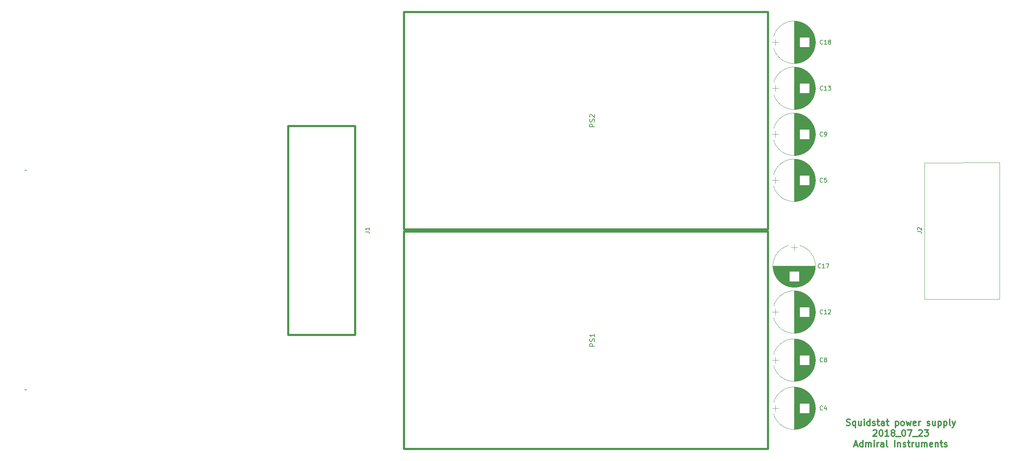
<source format=gto>
G04 #@! TF.FileFunction,Legend,Top*
%FSLAX46Y46*%
G04 Gerber Fmt 4.6, Leading zero omitted, Abs format (unit mm)*
G04 Created by KiCad (PCBNEW 4.0.7) date 08/06/18 18:31:33*
%MOMM*%
%LPD*%
G01*
G04 APERTURE LIST*
%ADD10C,0.150000*%
%ADD11C,0.300000*%
%ADD12C,0.500000*%
%ADD13C,0.120000*%
G04 APERTURE END LIST*
D10*
D11*
X132535714Y-106557143D02*
X132750000Y-106628571D01*
X133107143Y-106628571D01*
X133250000Y-106557143D01*
X133321429Y-106485714D01*
X133392857Y-106342857D01*
X133392857Y-106200000D01*
X133321429Y-106057143D01*
X133250000Y-105985714D01*
X133107143Y-105914286D01*
X132821429Y-105842857D01*
X132678571Y-105771429D01*
X132607143Y-105700000D01*
X132535714Y-105557143D01*
X132535714Y-105414286D01*
X132607143Y-105271429D01*
X132678571Y-105200000D01*
X132821429Y-105128571D01*
X133178571Y-105128571D01*
X133392857Y-105200000D01*
X134678571Y-105628571D02*
X134678571Y-107128571D01*
X134678571Y-106557143D02*
X134535714Y-106628571D01*
X134250000Y-106628571D01*
X134107142Y-106557143D01*
X134035714Y-106485714D01*
X133964285Y-106342857D01*
X133964285Y-105914286D01*
X134035714Y-105771429D01*
X134107142Y-105700000D01*
X134250000Y-105628571D01*
X134535714Y-105628571D01*
X134678571Y-105700000D01*
X136035714Y-105628571D02*
X136035714Y-106628571D01*
X135392857Y-105628571D02*
X135392857Y-106414286D01*
X135464285Y-106557143D01*
X135607143Y-106628571D01*
X135821428Y-106628571D01*
X135964285Y-106557143D01*
X136035714Y-106485714D01*
X136750000Y-106628571D02*
X136750000Y-105628571D01*
X136750000Y-105128571D02*
X136678571Y-105200000D01*
X136750000Y-105271429D01*
X136821428Y-105200000D01*
X136750000Y-105128571D01*
X136750000Y-105271429D01*
X138107143Y-106628571D02*
X138107143Y-105128571D01*
X138107143Y-106557143D02*
X137964286Y-106628571D01*
X137678572Y-106628571D01*
X137535714Y-106557143D01*
X137464286Y-106485714D01*
X137392857Y-106342857D01*
X137392857Y-105914286D01*
X137464286Y-105771429D01*
X137535714Y-105700000D01*
X137678572Y-105628571D01*
X137964286Y-105628571D01*
X138107143Y-105700000D01*
X138750000Y-106557143D02*
X138892857Y-106628571D01*
X139178572Y-106628571D01*
X139321429Y-106557143D01*
X139392857Y-106414286D01*
X139392857Y-106342857D01*
X139321429Y-106200000D01*
X139178572Y-106128571D01*
X138964286Y-106128571D01*
X138821429Y-106057143D01*
X138750000Y-105914286D01*
X138750000Y-105842857D01*
X138821429Y-105700000D01*
X138964286Y-105628571D01*
X139178572Y-105628571D01*
X139321429Y-105700000D01*
X139821429Y-105628571D02*
X140392858Y-105628571D01*
X140035715Y-105128571D02*
X140035715Y-106414286D01*
X140107143Y-106557143D01*
X140250001Y-106628571D01*
X140392858Y-106628571D01*
X141535715Y-106628571D02*
X141535715Y-105842857D01*
X141464286Y-105700000D01*
X141321429Y-105628571D01*
X141035715Y-105628571D01*
X140892858Y-105700000D01*
X141535715Y-106557143D02*
X141392858Y-106628571D01*
X141035715Y-106628571D01*
X140892858Y-106557143D01*
X140821429Y-106414286D01*
X140821429Y-106271429D01*
X140892858Y-106128571D01*
X141035715Y-106057143D01*
X141392858Y-106057143D01*
X141535715Y-105985714D01*
X142035715Y-105628571D02*
X142607144Y-105628571D01*
X142250001Y-105128571D02*
X142250001Y-106414286D01*
X142321429Y-106557143D01*
X142464287Y-106628571D01*
X142607144Y-106628571D01*
X144250001Y-105628571D02*
X144250001Y-107128571D01*
X144250001Y-105700000D02*
X144392858Y-105628571D01*
X144678572Y-105628571D01*
X144821429Y-105700000D01*
X144892858Y-105771429D01*
X144964287Y-105914286D01*
X144964287Y-106342857D01*
X144892858Y-106485714D01*
X144821429Y-106557143D01*
X144678572Y-106628571D01*
X144392858Y-106628571D01*
X144250001Y-106557143D01*
X145821430Y-106628571D02*
X145678572Y-106557143D01*
X145607144Y-106485714D01*
X145535715Y-106342857D01*
X145535715Y-105914286D01*
X145607144Y-105771429D01*
X145678572Y-105700000D01*
X145821430Y-105628571D01*
X146035715Y-105628571D01*
X146178572Y-105700000D01*
X146250001Y-105771429D01*
X146321430Y-105914286D01*
X146321430Y-106342857D01*
X146250001Y-106485714D01*
X146178572Y-106557143D01*
X146035715Y-106628571D01*
X145821430Y-106628571D01*
X146821430Y-105628571D02*
X147107144Y-106628571D01*
X147392858Y-105914286D01*
X147678573Y-106628571D01*
X147964287Y-105628571D01*
X149107144Y-106557143D02*
X148964287Y-106628571D01*
X148678573Y-106628571D01*
X148535716Y-106557143D01*
X148464287Y-106414286D01*
X148464287Y-105842857D01*
X148535716Y-105700000D01*
X148678573Y-105628571D01*
X148964287Y-105628571D01*
X149107144Y-105700000D01*
X149178573Y-105842857D01*
X149178573Y-105985714D01*
X148464287Y-106128571D01*
X149821430Y-106628571D02*
X149821430Y-105628571D01*
X149821430Y-105914286D02*
X149892858Y-105771429D01*
X149964287Y-105700000D01*
X150107144Y-105628571D01*
X150250001Y-105628571D01*
X151821429Y-106557143D02*
X151964286Y-106628571D01*
X152250001Y-106628571D01*
X152392858Y-106557143D01*
X152464286Y-106414286D01*
X152464286Y-106342857D01*
X152392858Y-106200000D01*
X152250001Y-106128571D01*
X152035715Y-106128571D01*
X151892858Y-106057143D01*
X151821429Y-105914286D01*
X151821429Y-105842857D01*
X151892858Y-105700000D01*
X152035715Y-105628571D01*
X152250001Y-105628571D01*
X152392858Y-105700000D01*
X153750001Y-105628571D02*
X153750001Y-106628571D01*
X153107144Y-105628571D02*
X153107144Y-106414286D01*
X153178572Y-106557143D01*
X153321430Y-106628571D01*
X153535715Y-106628571D01*
X153678572Y-106557143D01*
X153750001Y-106485714D01*
X154464287Y-105628571D02*
X154464287Y-107128571D01*
X154464287Y-105700000D02*
X154607144Y-105628571D01*
X154892858Y-105628571D01*
X155035715Y-105700000D01*
X155107144Y-105771429D01*
X155178573Y-105914286D01*
X155178573Y-106342857D01*
X155107144Y-106485714D01*
X155035715Y-106557143D01*
X154892858Y-106628571D01*
X154607144Y-106628571D01*
X154464287Y-106557143D01*
X155821430Y-105628571D02*
X155821430Y-107128571D01*
X155821430Y-105700000D02*
X155964287Y-105628571D01*
X156250001Y-105628571D01*
X156392858Y-105700000D01*
X156464287Y-105771429D01*
X156535716Y-105914286D01*
X156535716Y-106342857D01*
X156464287Y-106485714D01*
X156392858Y-106557143D01*
X156250001Y-106628571D01*
X155964287Y-106628571D01*
X155821430Y-106557143D01*
X157392859Y-106628571D02*
X157250001Y-106557143D01*
X157178573Y-106414286D01*
X157178573Y-105128571D01*
X157821430Y-105628571D02*
X158178573Y-106628571D01*
X158535715Y-105628571D02*
X158178573Y-106628571D01*
X158035715Y-106985714D01*
X157964287Y-107057143D01*
X157821430Y-107128571D01*
X138928573Y-107821429D02*
X139000002Y-107750000D01*
X139142859Y-107678571D01*
X139500002Y-107678571D01*
X139642859Y-107750000D01*
X139714288Y-107821429D01*
X139785716Y-107964286D01*
X139785716Y-108107143D01*
X139714288Y-108321429D01*
X138857145Y-109178571D01*
X139785716Y-109178571D01*
X140714287Y-107678571D02*
X140857144Y-107678571D01*
X141000001Y-107750000D01*
X141071430Y-107821429D01*
X141142859Y-107964286D01*
X141214287Y-108250000D01*
X141214287Y-108607143D01*
X141142859Y-108892857D01*
X141071430Y-109035714D01*
X141000001Y-109107143D01*
X140857144Y-109178571D01*
X140714287Y-109178571D01*
X140571430Y-109107143D01*
X140500001Y-109035714D01*
X140428573Y-108892857D01*
X140357144Y-108607143D01*
X140357144Y-108250000D01*
X140428573Y-107964286D01*
X140500001Y-107821429D01*
X140571430Y-107750000D01*
X140714287Y-107678571D01*
X142642858Y-109178571D02*
X141785715Y-109178571D01*
X142214287Y-109178571D02*
X142214287Y-107678571D01*
X142071430Y-107892857D01*
X141928572Y-108035714D01*
X141785715Y-108107143D01*
X143500001Y-108321429D02*
X143357143Y-108250000D01*
X143285715Y-108178571D01*
X143214286Y-108035714D01*
X143214286Y-107964286D01*
X143285715Y-107821429D01*
X143357143Y-107750000D01*
X143500001Y-107678571D01*
X143785715Y-107678571D01*
X143928572Y-107750000D01*
X144000001Y-107821429D01*
X144071429Y-107964286D01*
X144071429Y-108035714D01*
X144000001Y-108178571D01*
X143928572Y-108250000D01*
X143785715Y-108321429D01*
X143500001Y-108321429D01*
X143357143Y-108392857D01*
X143285715Y-108464286D01*
X143214286Y-108607143D01*
X143214286Y-108892857D01*
X143285715Y-109035714D01*
X143357143Y-109107143D01*
X143500001Y-109178571D01*
X143785715Y-109178571D01*
X143928572Y-109107143D01*
X144000001Y-109035714D01*
X144071429Y-108892857D01*
X144071429Y-108607143D01*
X144000001Y-108464286D01*
X143928572Y-108392857D01*
X143785715Y-108321429D01*
X144357143Y-109321429D02*
X145500000Y-109321429D01*
X146142857Y-107678571D02*
X146285714Y-107678571D01*
X146428571Y-107750000D01*
X146500000Y-107821429D01*
X146571429Y-107964286D01*
X146642857Y-108250000D01*
X146642857Y-108607143D01*
X146571429Y-108892857D01*
X146500000Y-109035714D01*
X146428571Y-109107143D01*
X146285714Y-109178571D01*
X146142857Y-109178571D01*
X146000000Y-109107143D01*
X145928571Y-109035714D01*
X145857143Y-108892857D01*
X145785714Y-108607143D01*
X145785714Y-108250000D01*
X145857143Y-107964286D01*
X145928571Y-107821429D01*
X146000000Y-107750000D01*
X146142857Y-107678571D01*
X147142857Y-107678571D02*
X148142857Y-107678571D01*
X147500000Y-109178571D01*
X148357142Y-109321429D02*
X149499999Y-109321429D01*
X149785713Y-107821429D02*
X149857142Y-107750000D01*
X149999999Y-107678571D01*
X150357142Y-107678571D01*
X150499999Y-107750000D01*
X150571428Y-107821429D01*
X150642856Y-107964286D01*
X150642856Y-108107143D01*
X150571428Y-108321429D01*
X149714285Y-109178571D01*
X150642856Y-109178571D01*
X151142856Y-107678571D02*
X152071427Y-107678571D01*
X151571427Y-108250000D01*
X151785713Y-108250000D01*
X151928570Y-108321429D01*
X151999999Y-108392857D01*
X152071427Y-108535714D01*
X152071427Y-108892857D01*
X151999999Y-109035714D01*
X151928570Y-109107143D01*
X151785713Y-109178571D01*
X151357141Y-109178571D01*
X151214284Y-109107143D01*
X151142856Y-109035714D01*
X134428571Y-111300000D02*
X135142857Y-111300000D01*
X134285714Y-111728571D02*
X134785714Y-110228571D01*
X135285714Y-111728571D01*
X136428571Y-111728571D02*
X136428571Y-110228571D01*
X136428571Y-111657143D02*
X136285714Y-111728571D01*
X136000000Y-111728571D01*
X135857142Y-111657143D01*
X135785714Y-111585714D01*
X135714285Y-111442857D01*
X135714285Y-111014286D01*
X135785714Y-110871429D01*
X135857142Y-110800000D01*
X136000000Y-110728571D01*
X136285714Y-110728571D01*
X136428571Y-110800000D01*
X137142857Y-111728571D02*
X137142857Y-110728571D01*
X137142857Y-110871429D02*
X137214285Y-110800000D01*
X137357143Y-110728571D01*
X137571428Y-110728571D01*
X137714285Y-110800000D01*
X137785714Y-110942857D01*
X137785714Y-111728571D01*
X137785714Y-110942857D02*
X137857143Y-110800000D01*
X138000000Y-110728571D01*
X138214285Y-110728571D01*
X138357143Y-110800000D01*
X138428571Y-110942857D01*
X138428571Y-111728571D01*
X139142857Y-111728571D02*
X139142857Y-110728571D01*
X139142857Y-110228571D02*
X139071428Y-110300000D01*
X139142857Y-110371429D01*
X139214285Y-110300000D01*
X139142857Y-110228571D01*
X139142857Y-110371429D01*
X139857143Y-111728571D02*
X139857143Y-110728571D01*
X139857143Y-111014286D02*
X139928571Y-110871429D01*
X140000000Y-110800000D01*
X140142857Y-110728571D01*
X140285714Y-110728571D01*
X141428571Y-111728571D02*
X141428571Y-110942857D01*
X141357142Y-110800000D01*
X141214285Y-110728571D01*
X140928571Y-110728571D01*
X140785714Y-110800000D01*
X141428571Y-111657143D02*
X141285714Y-111728571D01*
X140928571Y-111728571D01*
X140785714Y-111657143D01*
X140714285Y-111514286D01*
X140714285Y-111371429D01*
X140785714Y-111228571D01*
X140928571Y-111157143D01*
X141285714Y-111157143D01*
X141428571Y-111085714D01*
X142357143Y-111728571D02*
X142214285Y-111657143D01*
X142142857Y-111514286D01*
X142142857Y-110228571D01*
X144071428Y-111728571D02*
X144071428Y-110228571D01*
X144785714Y-110728571D02*
X144785714Y-111728571D01*
X144785714Y-110871429D02*
X144857142Y-110800000D01*
X145000000Y-110728571D01*
X145214285Y-110728571D01*
X145357142Y-110800000D01*
X145428571Y-110942857D01*
X145428571Y-111728571D01*
X146071428Y-111657143D02*
X146214285Y-111728571D01*
X146500000Y-111728571D01*
X146642857Y-111657143D01*
X146714285Y-111514286D01*
X146714285Y-111442857D01*
X146642857Y-111300000D01*
X146500000Y-111228571D01*
X146285714Y-111228571D01*
X146142857Y-111157143D01*
X146071428Y-111014286D01*
X146071428Y-110942857D01*
X146142857Y-110800000D01*
X146285714Y-110728571D01*
X146500000Y-110728571D01*
X146642857Y-110800000D01*
X147142857Y-110728571D02*
X147714286Y-110728571D01*
X147357143Y-110228571D02*
X147357143Y-111514286D01*
X147428571Y-111657143D01*
X147571429Y-111728571D01*
X147714286Y-111728571D01*
X148214286Y-111728571D02*
X148214286Y-110728571D01*
X148214286Y-111014286D02*
X148285714Y-110871429D01*
X148357143Y-110800000D01*
X148500000Y-110728571D01*
X148642857Y-110728571D01*
X149785714Y-110728571D02*
X149785714Y-111728571D01*
X149142857Y-110728571D02*
X149142857Y-111514286D01*
X149214285Y-111657143D01*
X149357143Y-111728571D01*
X149571428Y-111728571D01*
X149714285Y-111657143D01*
X149785714Y-111585714D01*
X150500000Y-111728571D02*
X150500000Y-110728571D01*
X150500000Y-110871429D02*
X150571428Y-110800000D01*
X150714286Y-110728571D01*
X150928571Y-110728571D01*
X151071428Y-110800000D01*
X151142857Y-110942857D01*
X151142857Y-111728571D01*
X151142857Y-110942857D02*
X151214286Y-110800000D01*
X151357143Y-110728571D01*
X151571428Y-110728571D01*
X151714286Y-110800000D01*
X151785714Y-110942857D01*
X151785714Y-111728571D01*
X153071428Y-111657143D02*
X152928571Y-111728571D01*
X152642857Y-111728571D01*
X152500000Y-111657143D01*
X152428571Y-111514286D01*
X152428571Y-110942857D01*
X152500000Y-110800000D01*
X152642857Y-110728571D01*
X152928571Y-110728571D01*
X153071428Y-110800000D01*
X153142857Y-110942857D01*
X153142857Y-111085714D01*
X152428571Y-111228571D01*
X153785714Y-110728571D02*
X153785714Y-111728571D01*
X153785714Y-110871429D02*
X153857142Y-110800000D01*
X154000000Y-110728571D01*
X154214285Y-110728571D01*
X154357142Y-110800000D01*
X154428571Y-110942857D01*
X154428571Y-111728571D01*
X154928571Y-110728571D02*
X155500000Y-110728571D01*
X155142857Y-110228571D02*
X155142857Y-111514286D01*
X155214285Y-111657143D01*
X155357143Y-111728571D01*
X155500000Y-111728571D01*
X155928571Y-111657143D02*
X156071428Y-111728571D01*
X156357143Y-111728571D01*
X156500000Y-111657143D01*
X156571428Y-111514286D01*
X156571428Y-111442857D01*
X156500000Y-111300000D01*
X156357143Y-111228571D01*
X156142857Y-111228571D01*
X156000000Y-111157143D01*
X155928571Y-111014286D01*
X155928571Y-110942857D01*
X156000000Y-110800000D01*
X156142857Y-110728571D01*
X156357143Y-110728571D01*
X156500000Y-110800000D01*
D12*
X113760000Y-7750000D02*
X113760000Y-59750000D01*
X113760000Y-59750000D02*
X26760000Y-59750000D01*
X26760000Y-59750000D02*
X26760000Y-7750000D01*
X26760000Y-7750000D02*
X113760000Y-7750000D01*
D10*
X-63980000Y-45580000D02*
X-63530000Y-45580000D01*
D13*
X124898437Y-101116736D02*
G75*
G03X115100643Y-101120000I-4898437J-1383264D01*
G01*
X124898437Y-103883264D02*
G75*
G02X115100643Y-103880000I-4898437J1383264D01*
G01*
X124898437Y-103883264D02*
G75*
G03X124899357Y-101120000I-4898437J1383264D01*
G01*
X120000000Y-97450000D02*
X120000000Y-107550000D01*
X120040000Y-97450000D02*
X120040000Y-107550000D01*
X120080000Y-97450000D02*
X120080000Y-107550000D01*
X120120000Y-97451000D02*
X120120000Y-107549000D01*
X120160000Y-97452000D02*
X120160000Y-107548000D01*
X120200000Y-97453000D02*
X120200000Y-107547000D01*
X120240000Y-97455000D02*
X120240000Y-107545000D01*
X120280000Y-97457000D02*
X120280000Y-107543000D01*
X120320000Y-97460000D02*
X120320000Y-107540000D01*
X120360000Y-97462000D02*
X120360000Y-107538000D01*
X120400000Y-97465000D02*
X120400000Y-107535000D01*
X120440000Y-97469000D02*
X120440000Y-107531000D01*
X120480000Y-97472000D02*
X120480000Y-107528000D01*
X120520000Y-97476000D02*
X120520000Y-107524000D01*
X120560000Y-97480000D02*
X120560000Y-107520000D01*
X120600000Y-97485000D02*
X120600000Y-107515000D01*
X120640000Y-97490000D02*
X120640000Y-107510000D01*
X120680000Y-97495000D02*
X120680000Y-107505000D01*
X120721000Y-97501000D02*
X120721000Y-107499000D01*
X120761000Y-97507000D02*
X120761000Y-107493000D01*
X120801000Y-97513000D02*
X120801000Y-107487000D01*
X120841000Y-97519000D02*
X120841000Y-107481000D01*
X120881000Y-97526000D02*
X120881000Y-107474000D01*
X120921000Y-97533000D02*
X120921000Y-107467000D01*
X120961000Y-97541000D02*
X120961000Y-107459000D01*
X121001000Y-97549000D02*
X121001000Y-107451000D01*
X121041000Y-97557000D02*
X121041000Y-107443000D01*
X121081000Y-97565000D02*
X121081000Y-107435000D01*
X121121000Y-97574000D02*
X121121000Y-107426000D01*
X121161000Y-97583000D02*
X121161000Y-107417000D01*
X121201000Y-97593000D02*
X121201000Y-107407000D01*
X121241000Y-97603000D02*
X121241000Y-107397000D01*
X121281000Y-97613000D02*
X121281000Y-107387000D01*
X121321000Y-97624000D02*
X121321000Y-101319000D01*
X121321000Y-103681000D02*
X121321000Y-107376000D01*
X121361000Y-97635000D02*
X121361000Y-101319000D01*
X121361000Y-103681000D02*
X121361000Y-107365000D01*
X121401000Y-97646000D02*
X121401000Y-101319000D01*
X121401000Y-103681000D02*
X121401000Y-107354000D01*
X121441000Y-97657000D02*
X121441000Y-101319000D01*
X121441000Y-103681000D02*
X121441000Y-107343000D01*
X121481000Y-97669000D02*
X121481000Y-101319000D01*
X121481000Y-103681000D02*
X121481000Y-107331000D01*
X121521000Y-97682000D02*
X121521000Y-101319000D01*
X121521000Y-103681000D02*
X121521000Y-107318000D01*
X121561000Y-97694000D02*
X121561000Y-101319000D01*
X121561000Y-103681000D02*
X121561000Y-107306000D01*
X121601000Y-97708000D02*
X121601000Y-101319000D01*
X121601000Y-103681000D02*
X121601000Y-107292000D01*
X121641000Y-97721000D02*
X121641000Y-101319000D01*
X121641000Y-103681000D02*
X121641000Y-107279000D01*
X121681000Y-97735000D02*
X121681000Y-101319000D01*
X121681000Y-103681000D02*
X121681000Y-107265000D01*
X121721000Y-97749000D02*
X121721000Y-101319000D01*
X121721000Y-103681000D02*
X121721000Y-107251000D01*
X121761000Y-97763000D02*
X121761000Y-101319000D01*
X121761000Y-103681000D02*
X121761000Y-107237000D01*
X121801000Y-97778000D02*
X121801000Y-101319000D01*
X121801000Y-103681000D02*
X121801000Y-107222000D01*
X121841000Y-97794000D02*
X121841000Y-101319000D01*
X121841000Y-103681000D02*
X121841000Y-107206000D01*
X121881000Y-97809000D02*
X121881000Y-101319000D01*
X121881000Y-103681000D02*
X121881000Y-107191000D01*
X121921000Y-97826000D02*
X121921000Y-101319000D01*
X121921000Y-103681000D02*
X121921000Y-107174000D01*
X121961000Y-97842000D02*
X121961000Y-101319000D01*
X121961000Y-103681000D02*
X121961000Y-107158000D01*
X122001000Y-97859000D02*
X122001000Y-101319000D01*
X122001000Y-103681000D02*
X122001000Y-107141000D01*
X122041000Y-97876000D02*
X122041000Y-101319000D01*
X122041000Y-103681000D02*
X122041000Y-107124000D01*
X122081000Y-97894000D02*
X122081000Y-101319000D01*
X122081000Y-103681000D02*
X122081000Y-107106000D01*
X122121000Y-97912000D02*
X122121000Y-101319000D01*
X122121000Y-103681000D02*
X122121000Y-107088000D01*
X122161000Y-97931000D02*
X122161000Y-101319000D01*
X122161000Y-103681000D02*
X122161000Y-107069000D01*
X122201000Y-97950000D02*
X122201000Y-101319000D01*
X122201000Y-103681000D02*
X122201000Y-107050000D01*
X122241000Y-97969000D02*
X122241000Y-101319000D01*
X122241000Y-103681000D02*
X122241000Y-107031000D01*
X122281000Y-97989000D02*
X122281000Y-101319000D01*
X122281000Y-103681000D02*
X122281000Y-107011000D01*
X122321000Y-98009000D02*
X122321000Y-101319000D01*
X122321000Y-103681000D02*
X122321000Y-106991000D01*
X122361000Y-98030000D02*
X122361000Y-101319000D01*
X122361000Y-103681000D02*
X122361000Y-106970000D01*
X122401000Y-98051000D02*
X122401000Y-101319000D01*
X122401000Y-103681000D02*
X122401000Y-106949000D01*
X122441000Y-98072000D02*
X122441000Y-101319000D01*
X122441000Y-103681000D02*
X122441000Y-106928000D01*
X122481000Y-98095000D02*
X122481000Y-101319000D01*
X122481000Y-103681000D02*
X122481000Y-106905000D01*
X122521000Y-98117000D02*
X122521000Y-101319000D01*
X122521000Y-103681000D02*
X122521000Y-106883000D01*
X122561000Y-98140000D02*
X122561000Y-101319000D01*
X122561000Y-103681000D02*
X122561000Y-106860000D01*
X122601000Y-98164000D02*
X122601000Y-101319000D01*
X122601000Y-103681000D02*
X122601000Y-106836000D01*
X122641000Y-98188000D02*
X122641000Y-101319000D01*
X122641000Y-103681000D02*
X122641000Y-106812000D01*
X122681000Y-98212000D02*
X122681000Y-101319000D01*
X122681000Y-103681000D02*
X122681000Y-106788000D01*
X122721000Y-98237000D02*
X122721000Y-101319000D01*
X122721000Y-103681000D02*
X122721000Y-106763000D01*
X122761000Y-98263000D02*
X122761000Y-101319000D01*
X122761000Y-103681000D02*
X122761000Y-106737000D01*
X122801000Y-98289000D02*
X122801000Y-101319000D01*
X122801000Y-103681000D02*
X122801000Y-106711000D01*
X122841000Y-98315000D02*
X122841000Y-101319000D01*
X122841000Y-103681000D02*
X122841000Y-106685000D01*
X122881000Y-98343000D02*
X122881000Y-101319000D01*
X122881000Y-103681000D02*
X122881000Y-106657000D01*
X122921000Y-98370000D02*
X122921000Y-101319000D01*
X122921000Y-103681000D02*
X122921000Y-106630000D01*
X122961000Y-98399000D02*
X122961000Y-101319000D01*
X122961000Y-103681000D02*
X122961000Y-106601000D01*
X123001000Y-98428000D02*
X123001000Y-101319000D01*
X123001000Y-103681000D02*
X123001000Y-106572000D01*
X123041000Y-98457000D02*
X123041000Y-101319000D01*
X123041000Y-103681000D02*
X123041000Y-106543000D01*
X123081000Y-98487000D02*
X123081000Y-101319000D01*
X123081000Y-103681000D02*
X123081000Y-106513000D01*
X123121000Y-98518000D02*
X123121000Y-101319000D01*
X123121000Y-103681000D02*
X123121000Y-106482000D01*
X123161000Y-98549000D02*
X123161000Y-101319000D01*
X123161000Y-103681000D02*
X123161000Y-106451000D01*
X123201000Y-98581000D02*
X123201000Y-101319000D01*
X123201000Y-103681000D02*
X123201000Y-106419000D01*
X123241000Y-98614000D02*
X123241000Y-101319000D01*
X123241000Y-103681000D02*
X123241000Y-106386000D01*
X123281000Y-98647000D02*
X123281000Y-101319000D01*
X123281000Y-103681000D02*
X123281000Y-106353000D01*
X123321000Y-98681000D02*
X123321000Y-101319000D01*
X123321000Y-103681000D02*
X123321000Y-106319000D01*
X123361000Y-98716000D02*
X123361000Y-101319000D01*
X123361000Y-103681000D02*
X123361000Y-106284000D01*
X123401000Y-98752000D02*
X123401000Y-101319000D01*
X123401000Y-103681000D02*
X123401000Y-106248000D01*
X123441000Y-98788000D02*
X123441000Y-101319000D01*
X123441000Y-103681000D02*
X123441000Y-106212000D01*
X123481000Y-98825000D02*
X123481000Y-101319000D01*
X123481000Y-103681000D02*
X123481000Y-106175000D01*
X123521000Y-98863000D02*
X123521000Y-101319000D01*
X123521000Y-103681000D02*
X123521000Y-106137000D01*
X123561000Y-98902000D02*
X123561000Y-101319000D01*
X123561000Y-103681000D02*
X123561000Y-106098000D01*
X123601000Y-98941000D02*
X123601000Y-101319000D01*
X123601000Y-103681000D02*
X123601000Y-106059000D01*
X123641000Y-98982000D02*
X123641000Y-101319000D01*
X123641000Y-103681000D02*
X123641000Y-106018000D01*
X123681000Y-99023000D02*
X123681000Y-105977000D01*
X123721000Y-99065000D02*
X123721000Y-105935000D01*
X123761000Y-99109000D02*
X123761000Y-105891000D01*
X123801000Y-99153000D02*
X123801000Y-105847000D01*
X123841000Y-99198000D02*
X123841000Y-105802000D01*
X123881000Y-99245000D02*
X123881000Y-105755000D01*
X123921000Y-99293000D02*
X123921000Y-105707000D01*
X123961000Y-99342000D02*
X123961000Y-105658000D01*
X124001000Y-99392000D02*
X124001000Y-105608000D01*
X124041000Y-99443000D02*
X124041000Y-105557000D01*
X124081000Y-99496000D02*
X124081000Y-105504000D01*
X124121000Y-99551000D02*
X124121000Y-105449000D01*
X124161000Y-99606000D02*
X124161000Y-105394000D01*
X124201000Y-99664000D02*
X124201000Y-105336000D01*
X124241000Y-99723000D02*
X124241000Y-105277000D01*
X124281000Y-99785000D02*
X124281000Y-105215000D01*
X124321000Y-99848000D02*
X124321000Y-105152000D01*
X124361000Y-99913000D02*
X124361000Y-105087000D01*
X124401000Y-99981000D02*
X124401000Y-105019000D01*
X124441000Y-100051000D02*
X124441000Y-104949000D01*
X124481000Y-100123000D02*
X124481000Y-104877000D01*
X124521000Y-100199000D02*
X124521000Y-104801000D01*
X124561000Y-100278000D02*
X124561000Y-104722000D01*
X124601000Y-100360000D02*
X124601000Y-104640000D01*
X124641000Y-100447000D02*
X124641000Y-104553000D01*
X124681000Y-100538000D02*
X124681000Y-104462000D01*
X124721000Y-100634000D02*
X124721000Y-104366000D01*
X124761000Y-100737000D02*
X124761000Y-104263000D01*
X124801000Y-100846000D02*
X124801000Y-104154000D01*
X124841000Y-100964000D02*
X124841000Y-104036000D01*
X124881000Y-101093000D02*
X124881000Y-103907000D01*
X124921000Y-101235000D02*
X124921000Y-103765000D01*
X124961000Y-101396000D02*
X124961000Y-103604000D01*
X125001000Y-101587000D02*
X125001000Y-103413000D01*
X125041000Y-101828000D02*
X125041000Y-103172000D01*
X125081000Y-102221000D02*
X125081000Y-102779000D01*
X114800000Y-102500000D02*
X116300000Y-102500000D01*
X115550000Y-101750000D02*
X115550000Y-103250000D01*
X124898437Y-46616736D02*
G75*
G03X115100643Y-46620000I-4898437J-1383264D01*
G01*
X124898437Y-49383264D02*
G75*
G02X115100643Y-49380000I-4898437J1383264D01*
G01*
X124898437Y-49383264D02*
G75*
G03X124899357Y-46620000I-4898437J1383264D01*
G01*
X120000000Y-42950000D02*
X120000000Y-53050000D01*
X120040000Y-42950000D02*
X120040000Y-53050000D01*
X120080000Y-42950000D02*
X120080000Y-53050000D01*
X120120000Y-42951000D02*
X120120000Y-53049000D01*
X120160000Y-42952000D02*
X120160000Y-53048000D01*
X120200000Y-42953000D02*
X120200000Y-53047000D01*
X120240000Y-42955000D02*
X120240000Y-53045000D01*
X120280000Y-42957000D02*
X120280000Y-53043000D01*
X120320000Y-42960000D02*
X120320000Y-53040000D01*
X120360000Y-42962000D02*
X120360000Y-53038000D01*
X120400000Y-42965000D02*
X120400000Y-53035000D01*
X120440000Y-42969000D02*
X120440000Y-53031000D01*
X120480000Y-42972000D02*
X120480000Y-53028000D01*
X120520000Y-42976000D02*
X120520000Y-53024000D01*
X120560000Y-42980000D02*
X120560000Y-53020000D01*
X120600000Y-42985000D02*
X120600000Y-53015000D01*
X120640000Y-42990000D02*
X120640000Y-53010000D01*
X120680000Y-42995000D02*
X120680000Y-53005000D01*
X120721000Y-43001000D02*
X120721000Y-52999000D01*
X120761000Y-43007000D02*
X120761000Y-52993000D01*
X120801000Y-43013000D02*
X120801000Y-52987000D01*
X120841000Y-43019000D02*
X120841000Y-52981000D01*
X120881000Y-43026000D02*
X120881000Y-52974000D01*
X120921000Y-43033000D02*
X120921000Y-52967000D01*
X120961000Y-43041000D02*
X120961000Y-52959000D01*
X121001000Y-43049000D02*
X121001000Y-52951000D01*
X121041000Y-43057000D02*
X121041000Y-52943000D01*
X121081000Y-43065000D02*
X121081000Y-52935000D01*
X121121000Y-43074000D02*
X121121000Y-52926000D01*
X121161000Y-43083000D02*
X121161000Y-52917000D01*
X121201000Y-43093000D02*
X121201000Y-52907000D01*
X121241000Y-43103000D02*
X121241000Y-52897000D01*
X121281000Y-43113000D02*
X121281000Y-52887000D01*
X121321000Y-43124000D02*
X121321000Y-46819000D01*
X121321000Y-49181000D02*
X121321000Y-52876000D01*
X121361000Y-43135000D02*
X121361000Y-46819000D01*
X121361000Y-49181000D02*
X121361000Y-52865000D01*
X121401000Y-43146000D02*
X121401000Y-46819000D01*
X121401000Y-49181000D02*
X121401000Y-52854000D01*
X121441000Y-43157000D02*
X121441000Y-46819000D01*
X121441000Y-49181000D02*
X121441000Y-52843000D01*
X121481000Y-43169000D02*
X121481000Y-46819000D01*
X121481000Y-49181000D02*
X121481000Y-52831000D01*
X121521000Y-43182000D02*
X121521000Y-46819000D01*
X121521000Y-49181000D02*
X121521000Y-52818000D01*
X121561000Y-43194000D02*
X121561000Y-46819000D01*
X121561000Y-49181000D02*
X121561000Y-52806000D01*
X121601000Y-43208000D02*
X121601000Y-46819000D01*
X121601000Y-49181000D02*
X121601000Y-52792000D01*
X121641000Y-43221000D02*
X121641000Y-46819000D01*
X121641000Y-49181000D02*
X121641000Y-52779000D01*
X121681000Y-43235000D02*
X121681000Y-46819000D01*
X121681000Y-49181000D02*
X121681000Y-52765000D01*
X121721000Y-43249000D02*
X121721000Y-46819000D01*
X121721000Y-49181000D02*
X121721000Y-52751000D01*
X121761000Y-43263000D02*
X121761000Y-46819000D01*
X121761000Y-49181000D02*
X121761000Y-52737000D01*
X121801000Y-43278000D02*
X121801000Y-46819000D01*
X121801000Y-49181000D02*
X121801000Y-52722000D01*
X121841000Y-43294000D02*
X121841000Y-46819000D01*
X121841000Y-49181000D02*
X121841000Y-52706000D01*
X121881000Y-43309000D02*
X121881000Y-46819000D01*
X121881000Y-49181000D02*
X121881000Y-52691000D01*
X121921000Y-43326000D02*
X121921000Y-46819000D01*
X121921000Y-49181000D02*
X121921000Y-52674000D01*
X121961000Y-43342000D02*
X121961000Y-46819000D01*
X121961000Y-49181000D02*
X121961000Y-52658000D01*
X122001000Y-43359000D02*
X122001000Y-46819000D01*
X122001000Y-49181000D02*
X122001000Y-52641000D01*
X122041000Y-43376000D02*
X122041000Y-46819000D01*
X122041000Y-49181000D02*
X122041000Y-52624000D01*
X122081000Y-43394000D02*
X122081000Y-46819000D01*
X122081000Y-49181000D02*
X122081000Y-52606000D01*
X122121000Y-43412000D02*
X122121000Y-46819000D01*
X122121000Y-49181000D02*
X122121000Y-52588000D01*
X122161000Y-43431000D02*
X122161000Y-46819000D01*
X122161000Y-49181000D02*
X122161000Y-52569000D01*
X122201000Y-43450000D02*
X122201000Y-46819000D01*
X122201000Y-49181000D02*
X122201000Y-52550000D01*
X122241000Y-43469000D02*
X122241000Y-46819000D01*
X122241000Y-49181000D02*
X122241000Y-52531000D01*
X122281000Y-43489000D02*
X122281000Y-46819000D01*
X122281000Y-49181000D02*
X122281000Y-52511000D01*
X122321000Y-43509000D02*
X122321000Y-46819000D01*
X122321000Y-49181000D02*
X122321000Y-52491000D01*
X122361000Y-43530000D02*
X122361000Y-46819000D01*
X122361000Y-49181000D02*
X122361000Y-52470000D01*
X122401000Y-43551000D02*
X122401000Y-46819000D01*
X122401000Y-49181000D02*
X122401000Y-52449000D01*
X122441000Y-43572000D02*
X122441000Y-46819000D01*
X122441000Y-49181000D02*
X122441000Y-52428000D01*
X122481000Y-43595000D02*
X122481000Y-46819000D01*
X122481000Y-49181000D02*
X122481000Y-52405000D01*
X122521000Y-43617000D02*
X122521000Y-46819000D01*
X122521000Y-49181000D02*
X122521000Y-52383000D01*
X122561000Y-43640000D02*
X122561000Y-46819000D01*
X122561000Y-49181000D02*
X122561000Y-52360000D01*
X122601000Y-43664000D02*
X122601000Y-46819000D01*
X122601000Y-49181000D02*
X122601000Y-52336000D01*
X122641000Y-43688000D02*
X122641000Y-46819000D01*
X122641000Y-49181000D02*
X122641000Y-52312000D01*
X122681000Y-43712000D02*
X122681000Y-46819000D01*
X122681000Y-49181000D02*
X122681000Y-52288000D01*
X122721000Y-43737000D02*
X122721000Y-46819000D01*
X122721000Y-49181000D02*
X122721000Y-52263000D01*
X122761000Y-43763000D02*
X122761000Y-46819000D01*
X122761000Y-49181000D02*
X122761000Y-52237000D01*
X122801000Y-43789000D02*
X122801000Y-46819000D01*
X122801000Y-49181000D02*
X122801000Y-52211000D01*
X122841000Y-43815000D02*
X122841000Y-46819000D01*
X122841000Y-49181000D02*
X122841000Y-52185000D01*
X122881000Y-43843000D02*
X122881000Y-46819000D01*
X122881000Y-49181000D02*
X122881000Y-52157000D01*
X122921000Y-43870000D02*
X122921000Y-46819000D01*
X122921000Y-49181000D02*
X122921000Y-52130000D01*
X122961000Y-43899000D02*
X122961000Y-46819000D01*
X122961000Y-49181000D02*
X122961000Y-52101000D01*
X123001000Y-43928000D02*
X123001000Y-46819000D01*
X123001000Y-49181000D02*
X123001000Y-52072000D01*
X123041000Y-43957000D02*
X123041000Y-46819000D01*
X123041000Y-49181000D02*
X123041000Y-52043000D01*
X123081000Y-43987000D02*
X123081000Y-46819000D01*
X123081000Y-49181000D02*
X123081000Y-52013000D01*
X123121000Y-44018000D02*
X123121000Y-46819000D01*
X123121000Y-49181000D02*
X123121000Y-51982000D01*
X123161000Y-44049000D02*
X123161000Y-46819000D01*
X123161000Y-49181000D02*
X123161000Y-51951000D01*
X123201000Y-44081000D02*
X123201000Y-46819000D01*
X123201000Y-49181000D02*
X123201000Y-51919000D01*
X123241000Y-44114000D02*
X123241000Y-46819000D01*
X123241000Y-49181000D02*
X123241000Y-51886000D01*
X123281000Y-44147000D02*
X123281000Y-46819000D01*
X123281000Y-49181000D02*
X123281000Y-51853000D01*
X123321000Y-44181000D02*
X123321000Y-46819000D01*
X123321000Y-49181000D02*
X123321000Y-51819000D01*
X123361000Y-44216000D02*
X123361000Y-46819000D01*
X123361000Y-49181000D02*
X123361000Y-51784000D01*
X123401000Y-44252000D02*
X123401000Y-46819000D01*
X123401000Y-49181000D02*
X123401000Y-51748000D01*
X123441000Y-44288000D02*
X123441000Y-46819000D01*
X123441000Y-49181000D02*
X123441000Y-51712000D01*
X123481000Y-44325000D02*
X123481000Y-46819000D01*
X123481000Y-49181000D02*
X123481000Y-51675000D01*
X123521000Y-44363000D02*
X123521000Y-46819000D01*
X123521000Y-49181000D02*
X123521000Y-51637000D01*
X123561000Y-44402000D02*
X123561000Y-46819000D01*
X123561000Y-49181000D02*
X123561000Y-51598000D01*
X123601000Y-44441000D02*
X123601000Y-46819000D01*
X123601000Y-49181000D02*
X123601000Y-51559000D01*
X123641000Y-44482000D02*
X123641000Y-46819000D01*
X123641000Y-49181000D02*
X123641000Y-51518000D01*
X123681000Y-44523000D02*
X123681000Y-51477000D01*
X123721000Y-44565000D02*
X123721000Y-51435000D01*
X123761000Y-44609000D02*
X123761000Y-51391000D01*
X123801000Y-44653000D02*
X123801000Y-51347000D01*
X123841000Y-44698000D02*
X123841000Y-51302000D01*
X123881000Y-44745000D02*
X123881000Y-51255000D01*
X123921000Y-44793000D02*
X123921000Y-51207000D01*
X123961000Y-44842000D02*
X123961000Y-51158000D01*
X124001000Y-44892000D02*
X124001000Y-51108000D01*
X124041000Y-44943000D02*
X124041000Y-51057000D01*
X124081000Y-44996000D02*
X124081000Y-51004000D01*
X124121000Y-45051000D02*
X124121000Y-50949000D01*
X124161000Y-45106000D02*
X124161000Y-50894000D01*
X124201000Y-45164000D02*
X124201000Y-50836000D01*
X124241000Y-45223000D02*
X124241000Y-50777000D01*
X124281000Y-45285000D02*
X124281000Y-50715000D01*
X124321000Y-45348000D02*
X124321000Y-50652000D01*
X124361000Y-45413000D02*
X124361000Y-50587000D01*
X124401000Y-45481000D02*
X124401000Y-50519000D01*
X124441000Y-45551000D02*
X124441000Y-50449000D01*
X124481000Y-45623000D02*
X124481000Y-50377000D01*
X124521000Y-45699000D02*
X124521000Y-50301000D01*
X124561000Y-45778000D02*
X124561000Y-50222000D01*
X124601000Y-45860000D02*
X124601000Y-50140000D01*
X124641000Y-45947000D02*
X124641000Y-50053000D01*
X124681000Y-46038000D02*
X124681000Y-49962000D01*
X124721000Y-46134000D02*
X124721000Y-49866000D01*
X124761000Y-46237000D02*
X124761000Y-49763000D01*
X124801000Y-46346000D02*
X124801000Y-49654000D01*
X124841000Y-46464000D02*
X124841000Y-49536000D01*
X124881000Y-46593000D02*
X124881000Y-49407000D01*
X124921000Y-46735000D02*
X124921000Y-49265000D01*
X124961000Y-46896000D02*
X124961000Y-49104000D01*
X125001000Y-47087000D02*
X125001000Y-48913000D01*
X125041000Y-47328000D02*
X125041000Y-48672000D01*
X125081000Y-47721000D02*
X125081000Y-48279000D01*
X114800000Y-48000000D02*
X116300000Y-48000000D01*
X115550000Y-47250000D02*
X115550000Y-48750000D01*
X124898437Y-89616736D02*
G75*
G03X115100643Y-89620000I-4898437J-1383264D01*
G01*
X124898437Y-92383264D02*
G75*
G02X115100643Y-92380000I-4898437J1383264D01*
G01*
X124898437Y-92383264D02*
G75*
G03X124899357Y-89620000I-4898437J1383264D01*
G01*
X120000000Y-85950000D02*
X120000000Y-96050000D01*
X120040000Y-85950000D02*
X120040000Y-96050000D01*
X120080000Y-85950000D02*
X120080000Y-96050000D01*
X120120000Y-85951000D02*
X120120000Y-96049000D01*
X120160000Y-85952000D02*
X120160000Y-96048000D01*
X120200000Y-85953000D02*
X120200000Y-96047000D01*
X120240000Y-85955000D02*
X120240000Y-96045000D01*
X120280000Y-85957000D02*
X120280000Y-96043000D01*
X120320000Y-85960000D02*
X120320000Y-96040000D01*
X120360000Y-85962000D02*
X120360000Y-96038000D01*
X120400000Y-85965000D02*
X120400000Y-96035000D01*
X120440000Y-85969000D02*
X120440000Y-96031000D01*
X120480000Y-85972000D02*
X120480000Y-96028000D01*
X120520000Y-85976000D02*
X120520000Y-96024000D01*
X120560000Y-85980000D02*
X120560000Y-96020000D01*
X120600000Y-85985000D02*
X120600000Y-96015000D01*
X120640000Y-85990000D02*
X120640000Y-96010000D01*
X120680000Y-85995000D02*
X120680000Y-96005000D01*
X120721000Y-86001000D02*
X120721000Y-95999000D01*
X120761000Y-86007000D02*
X120761000Y-95993000D01*
X120801000Y-86013000D02*
X120801000Y-95987000D01*
X120841000Y-86019000D02*
X120841000Y-95981000D01*
X120881000Y-86026000D02*
X120881000Y-95974000D01*
X120921000Y-86033000D02*
X120921000Y-95967000D01*
X120961000Y-86041000D02*
X120961000Y-95959000D01*
X121001000Y-86049000D02*
X121001000Y-95951000D01*
X121041000Y-86057000D02*
X121041000Y-95943000D01*
X121081000Y-86065000D02*
X121081000Y-95935000D01*
X121121000Y-86074000D02*
X121121000Y-95926000D01*
X121161000Y-86083000D02*
X121161000Y-95917000D01*
X121201000Y-86093000D02*
X121201000Y-95907000D01*
X121241000Y-86103000D02*
X121241000Y-95897000D01*
X121281000Y-86113000D02*
X121281000Y-95887000D01*
X121321000Y-86124000D02*
X121321000Y-89819000D01*
X121321000Y-92181000D02*
X121321000Y-95876000D01*
X121361000Y-86135000D02*
X121361000Y-89819000D01*
X121361000Y-92181000D02*
X121361000Y-95865000D01*
X121401000Y-86146000D02*
X121401000Y-89819000D01*
X121401000Y-92181000D02*
X121401000Y-95854000D01*
X121441000Y-86157000D02*
X121441000Y-89819000D01*
X121441000Y-92181000D02*
X121441000Y-95843000D01*
X121481000Y-86169000D02*
X121481000Y-89819000D01*
X121481000Y-92181000D02*
X121481000Y-95831000D01*
X121521000Y-86182000D02*
X121521000Y-89819000D01*
X121521000Y-92181000D02*
X121521000Y-95818000D01*
X121561000Y-86194000D02*
X121561000Y-89819000D01*
X121561000Y-92181000D02*
X121561000Y-95806000D01*
X121601000Y-86208000D02*
X121601000Y-89819000D01*
X121601000Y-92181000D02*
X121601000Y-95792000D01*
X121641000Y-86221000D02*
X121641000Y-89819000D01*
X121641000Y-92181000D02*
X121641000Y-95779000D01*
X121681000Y-86235000D02*
X121681000Y-89819000D01*
X121681000Y-92181000D02*
X121681000Y-95765000D01*
X121721000Y-86249000D02*
X121721000Y-89819000D01*
X121721000Y-92181000D02*
X121721000Y-95751000D01*
X121761000Y-86263000D02*
X121761000Y-89819000D01*
X121761000Y-92181000D02*
X121761000Y-95737000D01*
X121801000Y-86278000D02*
X121801000Y-89819000D01*
X121801000Y-92181000D02*
X121801000Y-95722000D01*
X121841000Y-86294000D02*
X121841000Y-89819000D01*
X121841000Y-92181000D02*
X121841000Y-95706000D01*
X121881000Y-86309000D02*
X121881000Y-89819000D01*
X121881000Y-92181000D02*
X121881000Y-95691000D01*
X121921000Y-86326000D02*
X121921000Y-89819000D01*
X121921000Y-92181000D02*
X121921000Y-95674000D01*
X121961000Y-86342000D02*
X121961000Y-89819000D01*
X121961000Y-92181000D02*
X121961000Y-95658000D01*
X122001000Y-86359000D02*
X122001000Y-89819000D01*
X122001000Y-92181000D02*
X122001000Y-95641000D01*
X122041000Y-86376000D02*
X122041000Y-89819000D01*
X122041000Y-92181000D02*
X122041000Y-95624000D01*
X122081000Y-86394000D02*
X122081000Y-89819000D01*
X122081000Y-92181000D02*
X122081000Y-95606000D01*
X122121000Y-86412000D02*
X122121000Y-89819000D01*
X122121000Y-92181000D02*
X122121000Y-95588000D01*
X122161000Y-86431000D02*
X122161000Y-89819000D01*
X122161000Y-92181000D02*
X122161000Y-95569000D01*
X122201000Y-86450000D02*
X122201000Y-89819000D01*
X122201000Y-92181000D02*
X122201000Y-95550000D01*
X122241000Y-86469000D02*
X122241000Y-89819000D01*
X122241000Y-92181000D02*
X122241000Y-95531000D01*
X122281000Y-86489000D02*
X122281000Y-89819000D01*
X122281000Y-92181000D02*
X122281000Y-95511000D01*
X122321000Y-86509000D02*
X122321000Y-89819000D01*
X122321000Y-92181000D02*
X122321000Y-95491000D01*
X122361000Y-86530000D02*
X122361000Y-89819000D01*
X122361000Y-92181000D02*
X122361000Y-95470000D01*
X122401000Y-86551000D02*
X122401000Y-89819000D01*
X122401000Y-92181000D02*
X122401000Y-95449000D01*
X122441000Y-86572000D02*
X122441000Y-89819000D01*
X122441000Y-92181000D02*
X122441000Y-95428000D01*
X122481000Y-86595000D02*
X122481000Y-89819000D01*
X122481000Y-92181000D02*
X122481000Y-95405000D01*
X122521000Y-86617000D02*
X122521000Y-89819000D01*
X122521000Y-92181000D02*
X122521000Y-95383000D01*
X122561000Y-86640000D02*
X122561000Y-89819000D01*
X122561000Y-92181000D02*
X122561000Y-95360000D01*
X122601000Y-86664000D02*
X122601000Y-89819000D01*
X122601000Y-92181000D02*
X122601000Y-95336000D01*
X122641000Y-86688000D02*
X122641000Y-89819000D01*
X122641000Y-92181000D02*
X122641000Y-95312000D01*
X122681000Y-86712000D02*
X122681000Y-89819000D01*
X122681000Y-92181000D02*
X122681000Y-95288000D01*
X122721000Y-86737000D02*
X122721000Y-89819000D01*
X122721000Y-92181000D02*
X122721000Y-95263000D01*
X122761000Y-86763000D02*
X122761000Y-89819000D01*
X122761000Y-92181000D02*
X122761000Y-95237000D01*
X122801000Y-86789000D02*
X122801000Y-89819000D01*
X122801000Y-92181000D02*
X122801000Y-95211000D01*
X122841000Y-86815000D02*
X122841000Y-89819000D01*
X122841000Y-92181000D02*
X122841000Y-95185000D01*
X122881000Y-86843000D02*
X122881000Y-89819000D01*
X122881000Y-92181000D02*
X122881000Y-95157000D01*
X122921000Y-86870000D02*
X122921000Y-89819000D01*
X122921000Y-92181000D02*
X122921000Y-95130000D01*
X122961000Y-86899000D02*
X122961000Y-89819000D01*
X122961000Y-92181000D02*
X122961000Y-95101000D01*
X123001000Y-86928000D02*
X123001000Y-89819000D01*
X123001000Y-92181000D02*
X123001000Y-95072000D01*
X123041000Y-86957000D02*
X123041000Y-89819000D01*
X123041000Y-92181000D02*
X123041000Y-95043000D01*
X123081000Y-86987000D02*
X123081000Y-89819000D01*
X123081000Y-92181000D02*
X123081000Y-95013000D01*
X123121000Y-87018000D02*
X123121000Y-89819000D01*
X123121000Y-92181000D02*
X123121000Y-94982000D01*
X123161000Y-87049000D02*
X123161000Y-89819000D01*
X123161000Y-92181000D02*
X123161000Y-94951000D01*
X123201000Y-87081000D02*
X123201000Y-89819000D01*
X123201000Y-92181000D02*
X123201000Y-94919000D01*
X123241000Y-87114000D02*
X123241000Y-89819000D01*
X123241000Y-92181000D02*
X123241000Y-94886000D01*
X123281000Y-87147000D02*
X123281000Y-89819000D01*
X123281000Y-92181000D02*
X123281000Y-94853000D01*
X123321000Y-87181000D02*
X123321000Y-89819000D01*
X123321000Y-92181000D02*
X123321000Y-94819000D01*
X123361000Y-87216000D02*
X123361000Y-89819000D01*
X123361000Y-92181000D02*
X123361000Y-94784000D01*
X123401000Y-87252000D02*
X123401000Y-89819000D01*
X123401000Y-92181000D02*
X123401000Y-94748000D01*
X123441000Y-87288000D02*
X123441000Y-89819000D01*
X123441000Y-92181000D02*
X123441000Y-94712000D01*
X123481000Y-87325000D02*
X123481000Y-89819000D01*
X123481000Y-92181000D02*
X123481000Y-94675000D01*
X123521000Y-87363000D02*
X123521000Y-89819000D01*
X123521000Y-92181000D02*
X123521000Y-94637000D01*
X123561000Y-87402000D02*
X123561000Y-89819000D01*
X123561000Y-92181000D02*
X123561000Y-94598000D01*
X123601000Y-87441000D02*
X123601000Y-89819000D01*
X123601000Y-92181000D02*
X123601000Y-94559000D01*
X123641000Y-87482000D02*
X123641000Y-89819000D01*
X123641000Y-92181000D02*
X123641000Y-94518000D01*
X123681000Y-87523000D02*
X123681000Y-94477000D01*
X123721000Y-87565000D02*
X123721000Y-94435000D01*
X123761000Y-87609000D02*
X123761000Y-94391000D01*
X123801000Y-87653000D02*
X123801000Y-94347000D01*
X123841000Y-87698000D02*
X123841000Y-94302000D01*
X123881000Y-87745000D02*
X123881000Y-94255000D01*
X123921000Y-87793000D02*
X123921000Y-94207000D01*
X123961000Y-87842000D02*
X123961000Y-94158000D01*
X124001000Y-87892000D02*
X124001000Y-94108000D01*
X124041000Y-87943000D02*
X124041000Y-94057000D01*
X124081000Y-87996000D02*
X124081000Y-94004000D01*
X124121000Y-88051000D02*
X124121000Y-93949000D01*
X124161000Y-88106000D02*
X124161000Y-93894000D01*
X124201000Y-88164000D02*
X124201000Y-93836000D01*
X124241000Y-88223000D02*
X124241000Y-93777000D01*
X124281000Y-88285000D02*
X124281000Y-93715000D01*
X124321000Y-88348000D02*
X124321000Y-93652000D01*
X124361000Y-88413000D02*
X124361000Y-93587000D01*
X124401000Y-88481000D02*
X124401000Y-93519000D01*
X124441000Y-88551000D02*
X124441000Y-93449000D01*
X124481000Y-88623000D02*
X124481000Y-93377000D01*
X124521000Y-88699000D02*
X124521000Y-93301000D01*
X124561000Y-88778000D02*
X124561000Y-93222000D01*
X124601000Y-88860000D02*
X124601000Y-93140000D01*
X124641000Y-88947000D02*
X124641000Y-93053000D01*
X124681000Y-89038000D02*
X124681000Y-92962000D01*
X124721000Y-89134000D02*
X124721000Y-92866000D01*
X124761000Y-89237000D02*
X124761000Y-92763000D01*
X124801000Y-89346000D02*
X124801000Y-92654000D01*
X124841000Y-89464000D02*
X124841000Y-92536000D01*
X124881000Y-89593000D02*
X124881000Y-92407000D01*
X124921000Y-89735000D02*
X124921000Y-92265000D01*
X124961000Y-89896000D02*
X124961000Y-92104000D01*
X125001000Y-90087000D02*
X125001000Y-91913000D01*
X125041000Y-90328000D02*
X125041000Y-91672000D01*
X125081000Y-90721000D02*
X125081000Y-91279000D01*
X114800000Y-91000000D02*
X116300000Y-91000000D01*
X115550000Y-90250000D02*
X115550000Y-91750000D01*
X124898437Y-35616736D02*
G75*
G03X115100643Y-35620000I-4898437J-1383264D01*
G01*
X124898437Y-38383264D02*
G75*
G02X115100643Y-38380000I-4898437J1383264D01*
G01*
X124898437Y-38383264D02*
G75*
G03X124899357Y-35620000I-4898437J1383264D01*
G01*
X120000000Y-31950000D02*
X120000000Y-42050000D01*
X120040000Y-31950000D02*
X120040000Y-42050000D01*
X120080000Y-31950000D02*
X120080000Y-42050000D01*
X120120000Y-31951000D02*
X120120000Y-42049000D01*
X120160000Y-31952000D02*
X120160000Y-42048000D01*
X120200000Y-31953000D02*
X120200000Y-42047000D01*
X120240000Y-31955000D02*
X120240000Y-42045000D01*
X120280000Y-31957000D02*
X120280000Y-42043000D01*
X120320000Y-31960000D02*
X120320000Y-42040000D01*
X120360000Y-31962000D02*
X120360000Y-42038000D01*
X120400000Y-31965000D02*
X120400000Y-42035000D01*
X120440000Y-31969000D02*
X120440000Y-42031000D01*
X120480000Y-31972000D02*
X120480000Y-42028000D01*
X120520000Y-31976000D02*
X120520000Y-42024000D01*
X120560000Y-31980000D02*
X120560000Y-42020000D01*
X120600000Y-31985000D02*
X120600000Y-42015000D01*
X120640000Y-31990000D02*
X120640000Y-42010000D01*
X120680000Y-31995000D02*
X120680000Y-42005000D01*
X120721000Y-32001000D02*
X120721000Y-41999000D01*
X120761000Y-32007000D02*
X120761000Y-41993000D01*
X120801000Y-32013000D02*
X120801000Y-41987000D01*
X120841000Y-32019000D02*
X120841000Y-41981000D01*
X120881000Y-32026000D02*
X120881000Y-41974000D01*
X120921000Y-32033000D02*
X120921000Y-41967000D01*
X120961000Y-32041000D02*
X120961000Y-41959000D01*
X121001000Y-32049000D02*
X121001000Y-41951000D01*
X121041000Y-32057000D02*
X121041000Y-41943000D01*
X121081000Y-32065000D02*
X121081000Y-41935000D01*
X121121000Y-32074000D02*
X121121000Y-41926000D01*
X121161000Y-32083000D02*
X121161000Y-41917000D01*
X121201000Y-32093000D02*
X121201000Y-41907000D01*
X121241000Y-32103000D02*
X121241000Y-41897000D01*
X121281000Y-32113000D02*
X121281000Y-41887000D01*
X121321000Y-32124000D02*
X121321000Y-35819000D01*
X121321000Y-38181000D02*
X121321000Y-41876000D01*
X121361000Y-32135000D02*
X121361000Y-35819000D01*
X121361000Y-38181000D02*
X121361000Y-41865000D01*
X121401000Y-32146000D02*
X121401000Y-35819000D01*
X121401000Y-38181000D02*
X121401000Y-41854000D01*
X121441000Y-32157000D02*
X121441000Y-35819000D01*
X121441000Y-38181000D02*
X121441000Y-41843000D01*
X121481000Y-32169000D02*
X121481000Y-35819000D01*
X121481000Y-38181000D02*
X121481000Y-41831000D01*
X121521000Y-32182000D02*
X121521000Y-35819000D01*
X121521000Y-38181000D02*
X121521000Y-41818000D01*
X121561000Y-32194000D02*
X121561000Y-35819000D01*
X121561000Y-38181000D02*
X121561000Y-41806000D01*
X121601000Y-32208000D02*
X121601000Y-35819000D01*
X121601000Y-38181000D02*
X121601000Y-41792000D01*
X121641000Y-32221000D02*
X121641000Y-35819000D01*
X121641000Y-38181000D02*
X121641000Y-41779000D01*
X121681000Y-32235000D02*
X121681000Y-35819000D01*
X121681000Y-38181000D02*
X121681000Y-41765000D01*
X121721000Y-32249000D02*
X121721000Y-35819000D01*
X121721000Y-38181000D02*
X121721000Y-41751000D01*
X121761000Y-32263000D02*
X121761000Y-35819000D01*
X121761000Y-38181000D02*
X121761000Y-41737000D01*
X121801000Y-32278000D02*
X121801000Y-35819000D01*
X121801000Y-38181000D02*
X121801000Y-41722000D01*
X121841000Y-32294000D02*
X121841000Y-35819000D01*
X121841000Y-38181000D02*
X121841000Y-41706000D01*
X121881000Y-32309000D02*
X121881000Y-35819000D01*
X121881000Y-38181000D02*
X121881000Y-41691000D01*
X121921000Y-32326000D02*
X121921000Y-35819000D01*
X121921000Y-38181000D02*
X121921000Y-41674000D01*
X121961000Y-32342000D02*
X121961000Y-35819000D01*
X121961000Y-38181000D02*
X121961000Y-41658000D01*
X122001000Y-32359000D02*
X122001000Y-35819000D01*
X122001000Y-38181000D02*
X122001000Y-41641000D01*
X122041000Y-32376000D02*
X122041000Y-35819000D01*
X122041000Y-38181000D02*
X122041000Y-41624000D01*
X122081000Y-32394000D02*
X122081000Y-35819000D01*
X122081000Y-38181000D02*
X122081000Y-41606000D01*
X122121000Y-32412000D02*
X122121000Y-35819000D01*
X122121000Y-38181000D02*
X122121000Y-41588000D01*
X122161000Y-32431000D02*
X122161000Y-35819000D01*
X122161000Y-38181000D02*
X122161000Y-41569000D01*
X122201000Y-32450000D02*
X122201000Y-35819000D01*
X122201000Y-38181000D02*
X122201000Y-41550000D01*
X122241000Y-32469000D02*
X122241000Y-35819000D01*
X122241000Y-38181000D02*
X122241000Y-41531000D01*
X122281000Y-32489000D02*
X122281000Y-35819000D01*
X122281000Y-38181000D02*
X122281000Y-41511000D01*
X122321000Y-32509000D02*
X122321000Y-35819000D01*
X122321000Y-38181000D02*
X122321000Y-41491000D01*
X122361000Y-32530000D02*
X122361000Y-35819000D01*
X122361000Y-38181000D02*
X122361000Y-41470000D01*
X122401000Y-32551000D02*
X122401000Y-35819000D01*
X122401000Y-38181000D02*
X122401000Y-41449000D01*
X122441000Y-32572000D02*
X122441000Y-35819000D01*
X122441000Y-38181000D02*
X122441000Y-41428000D01*
X122481000Y-32595000D02*
X122481000Y-35819000D01*
X122481000Y-38181000D02*
X122481000Y-41405000D01*
X122521000Y-32617000D02*
X122521000Y-35819000D01*
X122521000Y-38181000D02*
X122521000Y-41383000D01*
X122561000Y-32640000D02*
X122561000Y-35819000D01*
X122561000Y-38181000D02*
X122561000Y-41360000D01*
X122601000Y-32664000D02*
X122601000Y-35819000D01*
X122601000Y-38181000D02*
X122601000Y-41336000D01*
X122641000Y-32688000D02*
X122641000Y-35819000D01*
X122641000Y-38181000D02*
X122641000Y-41312000D01*
X122681000Y-32712000D02*
X122681000Y-35819000D01*
X122681000Y-38181000D02*
X122681000Y-41288000D01*
X122721000Y-32737000D02*
X122721000Y-35819000D01*
X122721000Y-38181000D02*
X122721000Y-41263000D01*
X122761000Y-32763000D02*
X122761000Y-35819000D01*
X122761000Y-38181000D02*
X122761000Y-41237000D01*
X122801000Y-32789000D02*
X122801000Y-35819000D01*
X122801000Y-38181000D02*
X122801000Y-41211000D01*
X122841000Y-32815000D02*
X122841000Y-35819000D01*
X122841000Y-38181000D02*
X122841000Y-41185000D01*
X122881000Y-32843000D02*
X122881000Y-35819000D01*
X122881000Y-38181000D02*
X122881000Y-41157000D01*
X122921000Y-32870000D02*
X122921000Y-35819000D01*
X122921000Y-38181000D02*
X122921000Y-41130000D01*
X122961000Y-32899000D02*
X122961000Y-35819000D01*
X122961000Y-38181000D02*
X122961000Y-41101000D01*
X123001000Y-32928000D02*
X123001000Y-35819000D01*
X123001000Y-38181000D02*
X123001000Y-41072000D01*
X123041000Y-32957000D02*
X123041000Y-35819000D01*
X123041000Y-38181000D02*
X123041000Y-41043000D01*
X123081000Y-32987000D02*
X123081000Y-35819000D01*
X123081000Y-38181000D02*
X123081000Y-41013000D01*
X123121000Y-33018000D02*
X123121000Y-35819000D01*
X123121000Y-38181000D02*
X123121000Y-40982000D01*
X123161000Y-33049000D02*
X123161000Y-35819000D01*
X123161000Y-38181000D02*
X123161000Y-40951000D01*
X123201000Y-33081000D02*
X123201000Y-35819000D01*
X123201000Y-38181000D02*
X123201000Y-40919000D01*
X123241000Y-33114000D02*
X123241000Y-35819000D01*
X123241000Y-38181000D02*
X123241000Y-40886000D01*
X123281000Y-33147000D02*
X123281000Y-35819000D01*
X123281000Y-38181000D02*
X123281000Y-40853000D01*
X123321000Y-33181000D02*
X123321000Y-35819000D01*
X123321000Y-38181000D02*
X123321000Y-40819000D01*
X123361000Y-33216000D02*
X123361000Y-35819000D01*
X123361000Y-38181000D02*
X123361000Y-40784000D01*
X123401000Y-33252000D02*
X123401000Y-35819000D01*
X123401000Y-38181000D02*
X123401000Y-40748000D01*
X123441000Y-33288000D02*
X123441000Y-35819000D01*
X123441000Y-38181000D02*
X123441000Y-40712000D01*
X123481000Y-33325000D02*
X123481000Y-35819000D01*
X123481000Y-38181000D02*
X123481000Y-40675000D01*
X123521000Y-33363000D02*
X123521000Y-35819000D01*
X123521000Y-38181000D02*
X123521000Y-40637000D01*
X123561000Y-33402000D02*
X123561000Y-35819000D01*
X123561000Y-38181000D02*
X123561000Y-40598000D01*
X123601000Y-33441000D02*
X123601000Y-35819000D01*
X123601000Y-38181000D02*
X123601000Y-40559000D01*
X123641000Y-33482000D02*
X123641000Y-35819000D01*
X123641000Y-38181000D02*
X123641000Y-40518000D01*
X123681000Y-33523000D02*
X123681000Y-40477000D01*
X123721000Y-33565000D02*
X123721000Y-40435000D01*
X123761000Y-33609000D02*
X123761000Y-40391000D01*
X123801000Y-33653000D02*
X123801000Y-40347000D01*
X123841000Y-33698000D02*
X123841000Y-40302000D01*
X123881000Y-33745000D02*
X123881000Y-40255000D01*
X123921000Y-33793000D02*
X123921000Y-40207000D01*
X123961000Y-33842000D02*
X123961000Y-40158000D01*
X124001000Y-33892000D02*
X124001000Y-40108000D01*
X124041000Y-33943000D02*
X124041000Y-40057000D01*
X124081000Y-33996000D02*
X124081000Y-40004000D01*
X124121000Y-34051000D02*
X124121000Y-39949000D01*
X124161000Y-34106000D02*
X124161000Y-39894000D01*
X124201000Y-34164000D02*
X124201000Y-39836000D01*
X124241000Y-34223000D02*
X124241000Y-39777000D01*
X124281000Y-34285000D02*
X124281000Y-39715000D01*
X124321000Y-34348000D02*
X124321000Y-39652000D01*
X124361000Y-34413000D02*
X124361000Y-39587000D01*
X124401000Y-34481000D02*
X124401000Y-39519000D01*
X124441000Y-34551000D02*
X124441000Y-39449000D01*
X124481000Y-34623000D02*
X124481000Y-39377000D01*
X124521000Y-34699000D02*
X124521000Y-39301000D01*
X124561000Y-34778000D02*
X124561000Y-39222000D01*
X124601000Y-34860000D02*
X124601000Y-39140000D01*
X124641000Y-34947000D02*
X124641000Y-39053000D01*
X124681000Y-35038000D02*
X124681000Y-38962000D01*
X124721000Y-35134000D02*
X124721000Y-38866000D01*
X124761000Y-35237000D02*
X124761000Y-38763000D01*
X124801000Y-35346000D02*
X124801000Y-38654000D01*
X124841000Y-35464000D02*
X124841000Y-38536000D01*
X124881000Y-35593000D02*
X124881000Y-38407000D01*
X124921000Y-35735000D02*
X124921000Y-38265000D01*
X124961000Y-35896000D02*
X124961000Y-38104000D01*
X125001000Y-36087000D02*
X125001000Y-37913000D01*
X125041000Y-36328000D02*
X125041000Y-37672000D01*
X125081000Y-36721000D02*
X125081000Y-37279000D01*
X114800000Y-37000000D02*
X116300000Y-37000000D01*
X115550000Y-36250000D02*
X115550000Y-37750000D01*
X124898437Y-78116736D02*
G75*
G03X115100643Y-78120000I-4898437J-1383264D01*
G01*
X124898437Y-80883264D02*
G75*
G02X115100643Y-80880000I-4898437J1383264D01*
G01*
X124898437Y-80883264D02*
G75*
G03X124899357Y-78120000I-4898437J1383264D01*
G01*
X120000000Y-74450000D02*
X120000000Y-84550000D01*
X120040000Y-74450000D02*
X120040000Y-84550000D01*
X120080000Y-74450000D02*
X120080000Y-84550000D01*
X120120000Y-74451000D02*
X120120000Y-84549000D01*
X120160000Y-74452000D02*
X120160000Y-84548000D01*
X120200000Y-74453000D02*
X120200000Y-84547000D01*
X120240000Y-74455000D02*
X120240000Y-84545000D01*
X120280000Y-74457000D02*
X120280000Y-84543000D01*
X120320000Y-74460000D02*
X120320000Y-84540000D01*
X120360000Y-74462000D02*
X120360000Y-84538000D01*
X120400000Y-74465000D02*
X120400000Y-84535000D01*
X120440000Y-74469000D02*
X120440000Y-84531000D01*
X120480000Y-74472000D02*
X120480000Y-84528000D01*
X120520000Y-74476000D02*
X120520000Y-84524000D01*
X120560000Y-74480000D02*
X120560000Y-84520000D01*
X120600000Y-74485000D02*
X120600000Y-84515000D01*
X120640000Y-74490000D02*
X120640000Y-84510000D01*
X120680000Y-74495000D02*
X120680000Y-84505000D01*
X120721000Y-74501000D02*
X120721000Y-84499000D01*
X120761000Y-74507000D02*
X120761000Y-84493000D01*
X120801000Y-74513000D02*
X120801000Y-84487000D01*
X120841000Y-74519000D02*
X120841000Y-84481000D01*
X120881000Y-74526000D02*
X120881000Y-84474000D01*
X120921000Y-74533000D02*
X120921000Y-84467000D01*
X120961000Y-74541000D02*
X120961000Y-84459000D01*
X121001000Y-74549000D02*
X121001000Y-84451000D01*
X121041000Y-74557000D02*
X121041000Y-84443000D01*
X121081000Y-74565000D02*
X121081000Y-84435000D01*
X121121000Y-74574000D02*
X121121000Y-84426000D01*
X121161000Y-74583000D02*
X121161000Y-84417000D01*
X121201000Y-74593000D02*
X121201000Y-84407000D01*
X121241000Y-74603000D02*
X121241000Y-84397000D01*
X121281000Y-74613000D02*
X121281000Y-84387000D01*
X121321000Y-74624000D02*
X121321000Y-78319000D01*
X121321000Y-80681000D02*
X121321000Y-84376000D01*
X121361000Y-74635000D02*
X121361000Y-78319000D01*
X121361000Y-80681000D02*
X121361000Y-84365000D01*
X121401000Y-74646000D02*
X121401000Y-78319000D01*
X121401000Y-80681000D02*
X121401000Y-84354000D01*
X121441000Y-74657000D02*
X121441000Y-78319000D01*
X121441000Y-80681000D02*
X121441000Y-84343000D01*
X121481000Y-74669000D02*
X121481000Y-78319000D01*
X121481000Y-80681000D02*
X121481000Y-84331000D01*
X121521000Y-74682000D02*
X121521000Y-78319000D01*
X121521000Y-80681000D02*
X121521000Y-84318000D01*
X121561000Y-74694000D02*
X121561000Y-78319000D01*
X121561000Y-80681000D02*
X121561000Y-84306000D01*
X121601000Y-74708000D02*
X121601000Y-78319000D01*
X121601000Y-80681000D02*
X121601000Y-84292000D01*
X121641000Y-74721000D02*
X121641000Y-78319000D01*
X121641000Y-80681000D02*
X121641000Y-84279000D01*
X121681000Y-74735000D02*
X121681000Y-78319000D01*
X121681000Y-80681000D02*
X121681000Y-84265000D01*
X121721000Y-74749000D02*
X121721000Y-78319000D01*
X121721000Y-80681000D02*
X121721000Y-84251000D01*
X121761000Y-74763000D02*
X121761000Y-78319000D01*
X121761000Y-80681000D02*
X121761000Y-84237000D01*
X121801000Y-74778000D02*
X121801000Y-78319000D01*
X121801000Y-80681000D02*
X121801000Y-84222000D01*
X121841000Y-74794000D02*
X121841000Y-78319000D01*
X121841000Y-80681000D02*
X121841000Y-84206000D01*
X121881000Y-74809000D02*
X121881000Y-78319000D01*
X121881000Y-80681000D02*
X121881000Y-84191000D01*
X121921000Y-74826000D02*
X121921000Y-78319000D01*
X121921000Y-80681000D02*
X121921000Y-84174000D01*
X121961000Y-74842000D02*
X121961000Y-78319000D01*
X121961000Y-80681000D02*
X121961000Y-84158000D01*
X122001000Y-74859000D02*
X122001000Y-78319000D01*
X122001000Y-80681000D02*
X122001000Y-84141000D01*
X122041000Y-74876000D02*
X122041000Y-78319000D01*
X122041000Y-80681000D02*
X122041000Y-84124000D01*
X122081000Y-74894000D02*
X122081000Y-78319000D01*
X122081000Y-80681000D02*
X122081000Y-84106000D01*
X122121000Y-74912000D02*
X122121000Y-78319000D01*
X122121000Y-80681000D02*
X122121000Y-84088000D01*
X122161000Y-74931000D02*
X122161000Y-78319000D01*
X122161000Y-80681000D02*
X122161000Y-84069000D01*
X122201000Y-74950000D02*
X122201000Y-78319000D01*
X122201000Y-80681000D02*
X122201000Y-84050000D01*
X122241000Y-74969000D02*
X122241000Y-78319000D01*
X122241000Y-80681000D02*
X122241000Y-84031000D01*
X122281000Y-74989000D02*
X122281000Y-78319000D01*
X122281000Y-80681000D02*
X122281000Y-84011000D01*
X122321000Y-75009000D02*
X122321000Y-78319000D01*
X122321000Y-80681000D02*
X122321000Y-83991000D01*
X122361000Y-75030000D02*
X122361000Y-78319000D01*
X122361000Y-80681000D02*
X122361000Y-83970000D01*
X122401000Y-75051000D02*
X122401000Y-78319000D01*
X122401000Y-80681000D02*
X122401000Y-83949000D01*
X122441000Y-75072000D02*
X122441000Y-78319000D01*
X122441000Y-80681000D02*
X122441000Y-83928000D01*
X122481000Y-75095000D02*
X122481000Y-78319000D01*
X122481000Y-80681000D02*
X122481000Y-83905000D01*
X122521000Y-75117000D02*
X122521000Y-78319000D01*
X122521000Y-80681000D02*
X122521000Y-83883000D01*
X122561000Y-75140000D02*
X122561000Y-78319000D01*
X122561000Y-80681000D02*
X122561000Y-83860000D01*
X122601000Y-75164000D02*
X122601000Y-78319000D01*
X122601000Y-80681000D02*
X122601000Y-83836000D01*
X122641000Y-75188000D02*
X122641000Y-78319000D01*
X122641000Y-80681000D02*
X122641000Y-83812000D01*
X122681000Y-75212000D02*
X122681000Y-78319000D01*
X122681000Y-80681000D02*
X122681000Y-83788000D01*
X122721000Y-75237000D02*
X122721000Y-78319000D01*
X122721000Y-80681000D02*
X122721000Y-83763000D01*
X122761000Y-75263000D02*
X122761000Y-78319000D01*
X122761000Y-80681000D02*
X122761000Y-83737000D01*
X122801000Y-75289000D02*
X122801000Y-78319000D01*
X122801000Y-80681000D02*
X122801000Y-83711000D01*
X122841000Y-75315000D02*
X122841000Y-78319000D01*
X122841000Y-80681000D02*
X122841000Y-83685000D01*
X122881000Y-75343000D02*
X122881000Y-78319000D01*
X122881000Y-80681000D02*
X122881000Y-83657000D01*
X122921000Y-75370000D02*
X122921000Y-78319000D01*
X122921000Y-80681000D02*
X122921000Y-83630000D01*
X122961000Y-75399000D02*
X122961000Y-78319000D01*
X122961000Y-80681000D02*
X122961000Y-83601000D01*
X123001000Y-75428000D02*
X123001000Y-78319000D01*
X123001000Y-80681000D02*
X123001000Y-83572000D01*
X123041000Y-75457000D02*
X123041000Y-78319000D01*
X123041000Y-80681000D02*
X123041000Y-83543000D01*
X123081000Y-75487000D02*
X123081000Y-78319000D01*
X123081000Y-80681000D02*
X123081000Y-83513000D01*
X123121000Y-75518000D02*
X123121000Y-78319000D01*
X123121000Y-80681000D02*
X123121000Y-83482000D01*
X123161000Y-75549000D02*
X123161000Y-78319000D01*
X123161000Y-80681000D02*
X123161000Y-83451000D01*
X123201000Y-75581000D02*
X123201000Y-78319000D01*
X123201000Y-80681000D02*
X123201000Y-83419000D01*
X123241000Y-75614000D02*
X123241000Y-78319000D01*
X123241000Y-80681000D02*
X123241000Y-83386000D01*
X123281000Y-75647000D02*
X123281000Y-78319000D01*
X123281000Y-80681000D02*
X123281000Y-83353000D01*
X123321000Y-75681000D02*
X123321000Y-78319000D01*
X123321000Y-80681000D02*
X123321000Y-83319000D01*
X123361000Y-75716000D02*
X123361000Y-78319000D01*
X123361000Y-80681000D02*
X123361000Y-83284000D01*
X123401000Y-75752000D02*
X123401000Y-78319000D01*
X123401000Y-80681000D02*
X123401000Y-83248000D01*
X123441000Y-75788000D02*
X123441000Y-78319000D01*
X123441000Y-80681000D02*
X123441000Y-83212000D01*
X123481000Y-75825000D02*
X123481000Y-78319000D01*
X123481000Y-80681000D02*
X123481000Y-83175000D01*
X123521000Y-75863000D02*
X123521000Y-78319000D01*
X123521000Y-80681000D02*
X123521000Y-83137000D01*
X123561000Y-75902000D02*
X123561000Y-78319000D01*
X123561000Y-80681000D02*
X123561000Y-83098000D01*
X123601000Y-75941000D02*
X123601000Y-78319000D01*
X123601000Y-80681000D02*
X123601000Y-83059000D01*
X123641000Y-75982000D02*
X123641000Y-78319000D01*
X123641000Y-80681000D02*
X123641000Y-83018000D01*
X123681000Y-76023000D02*
X123681000Y-82977000D01*
X123721000Y-76065000D02*
X123721000Y-82935000D01*
X123761000Y-76109000D02*
X123761000Y-82891000D01*
X123801000Y-76153000D02*
X123801000Y-82847000D01*
X123841000Y-76198000D02*
X123841000Y-82802000D01*
X123881000Y-76245000D02*
X123881000Y-82755000D01*
X123921000Y-76293000D02*
X123921000Y-82707000D01*
X123961000Y-76342000D02*
X123961000Y-82658000D01*
X124001000Y-76392000D02*
X124001000Y-82608000D01*
X124041000Y-76443000D02*
X124041000Y-82557000D01*
X124081000Y-76496000D02*
X124081000Y-82504000D01*
X124121000Y-76551000D02*
X124121000Y-82449000D01*
X124161000Y-76606000D02*
X124161000Y-82394000D01*
X124201000Y-76664000D02*
X124201000Y-82336000D01*
X124241000Y-76723000D02*
X124241000Y-82277000D01*
X124281000Y-76785000D02*
X124281000Y-82215000D01*
X124321000Y-76848000D02*
X124321000Y-82152000D01*
X124361000Y-76913000D02*
X124361000Y-82087000D01*
X124401000Y-76981000D02*
X124401000Y-82019000D01*
X124441000Y-77051000D02*
X124441000Y-81949000D01*
X124481000Y-77123000D02*
X124481000Y-81877000D01*
X124521000Y-77199000D02*
X124521000Y-81801000D01*
X124561000Y-77278000D02*
X124561000Y-81722000D01*
X124601000Y-77360000D02*
X124601000Y-81640000D01*
X124641000Y-77447000D02*
X124641000Y-81553000D01*
X124681000Y-77538000D02*
X124681000Y-81462000D01*
X124721000Y-77634000D02*
X124721000Y-81366000D01*
X124761000Y-77737000D02*
X124761000Y-81263000D01*
X124801000Y-77846000D02*
X124801000Y-81154000D01*
X124841000Y-77964000D02*
X124841000Y-81036000D01*
X124881000Y-78093000D02*
X124881000Y-80907000D01*
X124921000Y-78235000D02*
X124921000Y-80765000D01*
X124961000Y-78396000D02*
X124961000Y-80604000D01*
X125001000Y-78587000D02*
X125001000Y-80413000D01*
X125041000Y-78828000D02*
X125041000Y-80172000D01*
X125081000Y-79221000D02*
X125081000Y-79779000D01*
X114800000Y-79500000D02*
X116300000Y-79500000D01*
X115550000Y-78750000D02*
X115550000Y-80250000D01*
X124898437Y-24616736D02*
G75*
G03X115100643Y-24620000I-4898437J-1383264D01*
G01*
X124898437Y-27383264D02*
G75*
G02X115100643Y-27380000I-4898437J1383264D01*
G01*
X124898437Y-27383264D02*
G75*
G03X124899357Y-24620000I-4898437J1383264D01*
G01*
X120000000Y-20950000D02*
X120000000Y-31050000D01*
X120040000Y-20950000D02*
X120040000Y-31050000D01*
X120080000Y-20950000D02*
X120080000Y-31050000D01*
X120120000Y-20951000D02*
X120120000Y-31049000D01*
X120160000Y-20952000D02*
X120160000Y-31048000D01*
X120200000Y-20953000D02*
X120200000Y-31047000D01*
X120240000Y-20955000D02*
X120240000Y-31045000D01*
X120280000Y-20957000D02*
X120280000Y-31043000D01*
X120320000Y-20960000D02*
X120320000Y-31040000D01*
X120360000Y-20962000D02*
X120360000Y-31038000D01*
X120400000Y-20965000D02*
X120400000Y-31035000D01*
X120440000Y-20969000D02*
X120440000Y-31031000D01*
X120480000Y-20972000D02*
X120480000Y-31028000D01*
X120520000Y-20976000D02*
X120520000Y-31024000D01*
X120560000Y-20980000D02*
X120560000Y-31020000D01*
X120600000Y-20985000D02*
X120600000Y-31015000D01*
X120640000Y-20990000D02*
X120640000Y-31010000D01*
X120680000Y-20995000D02*
X120680000Y-31005000D01*
X120721000Y-21001000D02*
X120721000Y-30999000D01*
X120761000Y-21007000D02*
X120761000Y-30993000D01*
X120801000Y-21013000D02*
X120801000Y-30987000D01*
X120841000Y-21019000D02*
X120841000Y-30981000D01*
X120881000Y-21026000D02*
X120881000Y-30974000D01*
X120921000Y-21033000D02*
X120921000Y-30967000D01*
X120961000Y-21041000D02*
X120961000Y-30959000D01*
X121001000Y-21049000D02*
X121001000Y-30951000D01*
X121041000Y-21057000D02*
X121041000Y-30943000D01*
X121081000Y-21065000D02*
X121081000Y-30935000D01*
X121121000Y-21074000D02*
X121121000Y-30926000D01*
X121161000Y-21083000D02*
X121161000Y-30917000D01*
X121201000Y-21093000D02*
X121201000Y-30907000D01*
X121241000Y-21103000D02*
X121241000Y-30897000D01*
X121281000Y-21113000D02*
X121281000Y-30887000D01*
X121321000Y-21124000D02*
X121321000Y-24819000D01*
X121321000Y-27181000D02*
X121321000Y-30876000D01*
X121361000Y-21135000D02*
X121361000Y-24819000D01*
X121361000Y-27181000D02*
X121361000Y-30865000D01*
X121401000Y-21146000D02*
X121401000Y-24819000D01*
X121401000Y-27181000D02*
X121401000Y-30854000D01*
X121441000Y-21157000D02*
X121441000Y-24819000D01*
X121441000Y-27181000D02*
X121441000Y-30843000D01*
X121481000Y-21169000D02*
X121481000Y-24819000D01*
X121481000Y-27181000D02*
X121481000Y-30831000D01*
X121521000Y-21182000D02*
X121521000Y-24819000D01*
X121521000Y-27181000D02*
X121521000Y-30818000D01*
X121561000Y-21194000D02*
X121561000Y-24819000D01*
X121561000Y-27181000D02*
X121561000Y-30806000D01*
X121601000Y-21208000D02*
X121601000Y-24819000D01*
X121601000Y-27181000D02*
X121601000Y-30792000D01*
X121641000Y-21221000D02*
X121641000Y-24819000D01*
X121641000Y-27181000D02*
X121641000Y-30779000D01*
X121681000Y-21235000D02*
X121681000Y-24819000D01*
X121681000Y-27181000D02*
X121681000Y-30765000D01*
X121721000Y-21249000D02*
X121721000Y-24819000D01*
X121721000Y-27181000D02*
X121721000Y-30751000D01*
X121761000Y-21263000D02*
X121761000Y-24819000D01*
X121761000Y-27181000D02*
X121761000Y-30737000D01*
X121801000Y-21278000D02*
X121801000Y-24819000D01*
X121801000Y-27181000D02*
X121801000Y-30722000D01*
X121841000Y-21294000D02*
X121841000Y-24819000D01*
X121841000Y-27181000D02*
X121841000Y-30706000D01*
X121881000Y-21309000D02*
X121881000Y-24819000D01*
X121881000Y-27181000D02*
X121881000Y-30691000D01*
X121921000Y-21326000D02*
X121921000Y-24819000D01*
X121921000Y-27181000D02*
X121921000Y-30674000D01*
X121961000Y-21342000D02*
X121961000Y-24819000D01*
X121961000Y-27181000D02*
X121961000Y-30658000D01*
X122001000Y-21359000D02*
X122001000Y-24819000D01*
X122001000Y-27181000D02*
X122001000Y-30641000D01*
X122041000Y-21376000D02*
X122041000Y-24819000D01*
X122041000Y-27181000D02*
X122041000Y-30624000D01*
X122081000Y-21394000D02*
X122081000Y-24819000D01*
X122081000Y-27181000D02*
X122081000Y-30606000D01*
X122121000Y-21412000D02*
X122121000Y-24819000D01*
X122121000Y-27181000D02*
X122121000Y-30588000D01*
X122161000Y-21431000D02*
X122161000Y-24819000D01*
X122161000Y-27181000D02*
X122161000Y-30569000D01*
X122201000Y-21450000D02*
X122201000Y-24819000D01*
X122201000Y-27181000D02*
X122201000Y-30550000D01*
X122241000Y-21469000D02*
X122241000Y-24819000D01*
X122241000Y-27181000D02*
X122241000Y-30531000D01*
X122281000Y-21489000D02*
X122281000Y-24819000D01*
X122281000Y-27181000D02*
X122281000Y-30511000D01*
X122321000Y-21509000D02*
X122321000Y-24819000D01*
X122321000Y-27181000D02*
X122321000Y-30491000D01*
X122361000Y-21530000D02*
X122361000Y-24819000D01*
X122361000Y-27181000D02*
X122361000Y-30470000D01*
X122401000Y-21551000D02*
X122401000Y-24819000D01*
X122401000Y-27181000D02*
X122401000Y-30449000D01*
X122441000Y-21572000D02*
X122441000Y-24819000D01*
X122441000Y-27181000D02*
X122441000Y-30428000D01*
X122481000Y-21595000D02*
X122481000Y-24819000D01*
X122481000Y-27181000D02*
X122481000Y-30405000D01*
X122521000Y-21617000D02*
X122521000Y-24819000D01*
X122521000Y-27181000D02*
X122521000Y-30383000D01*
X122561000Y-21640000D02*
X122561000Y-24819000D01*
X122561000Y-27181000D02*
X122561000Y-30360000D01*
X122601000Y-21664000D02*
X122601000Y-24819000D01*
X122601000Y-27181000D02*
X122601000Y-30336000D01*
X122641000Y-21688000D02*
X122641000Y-24819000D01*
X122641000Y-27181000D02*
X122641000Y-30312000D01*
X122681000Y-21712000D02*
X122681000Y-24819000D01*
X122681000Y-27181000D02*
X122681000Y-30288000D01*
X122721000Y-21737000D02*
X122721000Y-24819000D01*
X122721000Y-27181000D02*
X122721000Y-30263000D01*
X122761000Y-21763000D02*
X122761000Y-24819000D01*
X122761000Y-27181000D02*
X122761000Y-30237000D01*
X122801000Y-21789000D02*
X122801000Y-24819000D01*
X122801000Y-27181000D02*
X122801000Y-30211000D01*
X122841000Y-21815000D02*
X122841000Y-24819000D01*
X122841000Y-27181000D02*
X122841000Y-30185000D01*
X122881000Y-21843000D02*
X122881000Y-24819000D01*
X122881000Y-27181000D02*
X122881000Y-30157000D01*
X122921000Y-21870000D02*
X122921000Y-24819000D01*
X122921000Y-27181000D02*
X122921000Y-30130000D01*
X122961000Y-21899000D02*
X122961000Y-24819000D01*
X122961000Y-27181000D02*
X122961000Y-30101000D01*
X123001000Y-21928000D02*
X123001000Y-24819000D01*
X123001000Y-27181000D02*
X123001000Y-30072000D01*
X123041000Y-21957000D02*
X123041000Y-24819000D01*
X123041000Y-27181000D02*
X123041000Y-30043000D01*
X123081000Y-21987000D02*
X123081000Y-24819000D01*
X123081000Y-27181000D02*
X123081000Y-30013000D01*
X123121000Y-22018000D02*
X123121000Y-24819000D01*
X123121000Y-27181000D02*
X123121000Y-29982000D01*
X123161000Y-22049000D02*
X123161000Y-24819000D01*
X123161000Y-27181000D02*
X123161000Y-29951000D01*
X123201000Y-22081000D02*
X123201000Y-24819000D01*
X123201000Y-27181000D02*
X123201000Y-29919000D01*
X123241000Y-22114000D02*
X123241000Y-24819000D01*
X123241000Y-27181000D02*
X123241000Y-29886000D01*
X123281000Y-22147000D02*
X123281000Y-24819000D01*
X123281000Y-27181000D02*
X123281000Y-29853000D01*
X123321000Y-22181000D02*
X123321000Y-24819000D01*
X123321000Y-27181000D02*
X123321000Y-29819000D01*
X123361000Y-22216000D02*
X123361000Y-24819000D01*
X123361000Y-27181000D02*
X123361000Y-29784000D01*
X123401000Y-22252000D02*
X123401000Y-24819000D01*
X123401000Y-27181000D02*
X123401000Y-29748000D01*
X123441000Y-22288000D02*
X123441000Y-24819000D01*
X123441000Y-27181000D02*
X123441000Y-29712000D01*
X123481000Y-22325000D02*
X123481000Y-24819000D01*
X123481000Y-27181000D02*
X123481000Y-29675000D01*
X123521000Y-22363000D02*
X123521000Y-24819000D01*
X123521000Y-27181000D02*
X123521000Y-29637000D01*
X123561000Y-22402000D02*
X123561000Y-24819000D01*
X123561000Y-27181000D02*
X123561000Y-29598000D01*
X123601000Y-22441000D02*
X123601000Y-24819000D01*
X123601000Y-27181000D02*
X123601000Y-29559000D01*
X123641000Y-22482000D02*
X123641000Y-24819000D01*
X123641000Y-27181000D02*
X123641000Y-29518000D01*
X123681000Y-22523000D02*
X123681000Y-29477000D01*
X123721000Y-22565000D02*
X123721000Y-29435000D01*
X123761000Y-22609000D02*
X123761000Y-29391000D01*
X123801000Y-22653000D02*
X123801000Y-29347000D01*
X123841000Y-22698000D02*
X123841000Y-29302000D01*
X123881000Y-22745000D02*
X123881000Y-29255000D01*
X123921000Y-22793000D02*
X123921000Y-29207000D01*
X123961000Y-22842000D02*
X123961000Y-29158000D01*
X124001000Y-22892000D02*
X124001000Y-29108000D01*
X124041000Y-22943000D02*
X124041000Y-29057000D01*
X124081000Y-22996000D02*
X124081000Y-29004000D01*
X124121000Y-23051000D02*
X124121000Y-28949000D01*
X124161000Y-23106000D02*
X124161000Y-28894000D01*
X124201000Y-23164000D02*
X124201000Y-28836000D01*
X124241000Y-23223000D02*
X124241000Y-28777000D01*
X124281000Y-23285000D02*
X124281000Y-28715000D01*
X124321000Y-23348000D02*
X124321000Y-28652000D01*
X124361000Y-23413000D02*
X124361000Y-28587000D01*
X124401000Y-23481000D02*
X124401000Y-28519000D01*
X124441000Y-23551000D02*
X124441000Y-28449000D01*
X124481000Y-23623000D02*
X124481000Y-28377000D01*
X124521000Y-23699000D02*
X124521000Y-28301000D01*
X124561000Y-23778000D02*
X124561000Y-28222000D01*
X124601000Y-23860000D02*
X124601000Y-28140000D01*
X124641000Y-23947000D02*
X124641000Y-28053000D01*
X124681000Y-24038000D02*
X124681000Y-27962000D01*
X124721000Y-24134000D02*
X124721000Y-27866000D01*
X124761000Y-24237000D02*
X124761000Y-27763000D01*
X124801000Y-24346000D02*
X124801000Y-27654000D01*
X124841000Y-24464000D02*
X124841000Y-27536000D01*
X124881000Y-24593000D02*
X124881000Y-27407000D01*
X124921000Y-24735000D02*
X124921000Y-27265000D01*
X124961000Y-24896000D02*
X124961000Y-27104000D01*
X125001000Y-25087000D02*
X125001000Y-26913000D01*
X125041000Y-25328000D02*
X125041000Y-26672000D01*
X125081000Y-25721000D02*
X125081000Y-26279000D01*
X114800000Y-26000000D02*
X116300000Y-26000000D01*
X115550000Y-25250000D02*
X115550000Y-26750000D01*
X121383264Y-73398437D02*
G75*
G03X121380000Y-63600643I-1383264J4898437D01*
G01*
X118616736Y-73398437D02*
G75*
G02X118620000Y-63600643I1383264J4898437D01*
G01*
X118616736Y-73398437D02*
G75*
G03X121380000Y-73399357I1383264J4898437D01*
G01*
X125050000Y-68500000D02*
X114950000Y-68500000D01*
X125050000Y-68540000D02*
X114950000Y-68540000D01*
X125050000Y-68580000D02*
X114950000Y-68580000D01*
X125049000Y-68620000D02*
X114951000Y-68620000D01*
X125048000Y-68660000D02*
X114952000Y-68660000D01*
X125047000Y-68700000D02*
X114953000Y-68700000D01*
X125045000Y-68740000D02*
X114955000Y-68740000D01*
X125043000Y-68780000D02*
X114957000Y-68780000D01*
X125040000Y-68820000D02*
X114960000Y-68820000D01*
X125038000Y-68860000D02*
X114962000Y-68860000D01*
X125035000Y-68900000D02*
X114965000Y-68900000D01*
X125031000Y-68940000D02*
X114969000Y-68940000D01*
X125028000Y-68980000D02*
X114972000Y-68980000D01*
X125024000Y-69020000D02*
X114976000Y-69020000D01*
X125020000Y-69060000D02*
X114980000Y-69060000D01*
X125015000Y-69100000D02*
X114985000Y-69100000D01*
X125010000Y-69140000D02*
X114990000Y-69140000D01*
X125005000Y-69180000D02*
X114995000Y-69180000D01*
X124999000Y-69221000D02*
X115001000Y-69221000D01*
X124993000Y-69261000D02*
X115007000Y-69261000D01*
X124987000Y-69301000D02*
X115013000Y-69301000D01*
X124981000Y-69341000D02*
X115019000Y-69341000D01*
X124974000Y-69381000D02*
X115026000Y-69381000D01*
X124967000Y-69421000D02*
X115033000Y-69421000D01*
X124959000Y-69461000D02*
X115041000Y-69461000D01*
X124951000Y-69501000D02*
X115049000Y-69501000D01*
X124943000Y-69541000D02*
X115057000Y-69541000D01*
X124935000Y-69581000D02*
X115065000Y-69581000D01*
X124926000Y-69621000D02*
X115074000Y-69621000D01*
X124917000Y-69661000D02*
X115083000Y-69661000D01*
X124907000Y-69701000D02*
X115093000Y-69701000D01*
X124897000Y-69741000D02*
X115103000Y-69741000D01*
X124887000Y-69781000D02*
X115113000Y-69781000D01*
X124876000Y-69821000D02*
X121181000Y-69821000D01*
X118819000Y-69821000D02*
X115124000Y-69821000D01*
X124865000Y-69861000D02*
X121181000Y-69861000D01*
X118819000Y-69861000D02*
X115135000Y-69861000D01*
X124854000Y-69901000D02*
X121181000Y-69901000D01*
X118819000Y-69901000D02*
X115146000Y-69901000D01*
X124843000Y-69941000D02*
X121181000Y-69941000D01*
X118819000Y-69941000D02*
X115157000Y-69941000D01*
X124831000Y-69981000D02*
X121181000Y-69981000D01*
X118819000Y-69981000D02*
X115169000Y-69981000D01*
X124818000Y-70021000D02*
X121181000Y-70021000D01*
X118819000Y-70021000D02*
X115182000Y-70021000D01*
X124806000Y-70061000D02*
X121181000Y-70061000D01*
X118819000Y-70061000D02*
X115194000Y-70061000D01*
X124792000Y-70101000D02*
X121181000Y-70101000D01*
X118819000Y-70101000D02*
X115208000Y-70101000D01*
X124779000Y-70141000D02*
X121181000Y-70141000D01*
X118819000Y-70141000D02*
X115221000Y-70141000D01*
X124765000Y-70181000D02*
X121181000Y-70181000D01*
X118819000Y-70181000D02*
X115235000Y-70181000D01*
X124751000Y-70221000D02*
X121181000Y-70221000D01*
X118819000Y-70221000D02*
X115249000Y-70221000D01*
X124737000Y-70261000D02*
X121181000Y-70261000D01*
X118819000Y-70261000D02*
X115263000Y-70261000D01*
X124722000Y-70301000D02*
X121181000Y-70301000D01*
X118819000Y-70301000D02*
X115278000Y-70301000D01*
X124706000Y-70341000D02*
X121181000Y-70341000D01*
X118819000Y-70341000D02*
X115294000Y-70341000D01*
X124691000Y-70381000D02*
X121181000Y-70381000D01*
X118819000Y-70381000D02*
X115309000Y-70381000D01*
X124674000Y-70421000D02*
X121181000Y-70421000D01*
X118819000Y-70421000D02*
X115326000Y-70421000D01*
X124658000Y-70461000D02*
X121181000Y-70461000D01*
X118819000Y-70461000D02*
X115342000Y-70461000D01*
X124641000Y-70501000D02*
X121181000Y-70501000D01*
X118819000Y-70501000D02*
X115359000Y-70501000D01*
X124624000Y-70541000D02*
X121181000Y-70541000D01*
X118819000Y-70541000D02*
X115376000Y-70541000D01*
X124606000Y-70581000D02*
X121181000Y-70581000D01*
X118819000Y-70581000D02*
X115394000Y-70581000D01*
X124588000Y-70621000D02*
X121181000Y-70621000D01*
X118819000Y-70621000D02*
X115412000Y-70621000D01*
X124569000Y-70661000D02*
X121181000Y-70661000D01*
X118819000Y-70661000D02*
X115431000Y-70661000D01*
X124550000Y-70701000D02*
X121181000Y-70701000D01*
X118819000Y-70701000D02*
X115450000Y-70701000D01*
X124531000Y-70741000D02*
X121181000Y-70741000D01*
X118819000Y-70741000D02*
X115469000Y-70741000D01*
X124511000Y-70781000D02*
X121181000Y-70781000D01*
X118819000Y-70781000D02*
X115489000Y-70781000D01*
X124491000Y-70821000D02*
X121181000Y-70821000D01*
X118819000Y-70821000D02*
X115509000Y-70821000D01*
X124470000Y-70861000D02*
X121181000Y-70861000D01*
X118819000Y-70861000D02*
X115530000Y-70861000D01*
X124449000Y-70901000D02*
X121181000Y-70901000D01*
X118819000Y-70901000D02*
X115551000Y-70901000D01*
X124428000Y-70941000D02*
X121181000Y-70941000D01*
X118819000Y-70941000D02*
X115572000Y-70941000D01*
X124405000Y-70981000D02*
X121181000Y-70981000D01*
X118819000Y-70981000D02*
X115595000Y-70981000D01*
X124383000Y-71021000D02*
X121181000Y-71021000D01*
X118819000Y-71021000D02*
X115617000Y-71021000D01*
X124360000Y-71061000D02*
X121181000Y-71061000D01*
X118819000Y-71061000D02*
X115640000Y-71061000D01*
X124336000Y-71101000D02*
X121181000Y-71101000D01*
X118819000Y-71101000D02*
X115664000Y-71101000D01*
X124312000Y-71141000D02*
X121181000Y-71141000D01*
X118819000Y-71141000D02*
X115688000Y-71141000D01*
X124288000Y-71181000D02*
X121181000Y-71181000D01*
X118819000Y-71181000D02*
X115712000Y-71181000D01*
X124263000Y-71221000D02*
X121181000Y-71221000D01*
X118819000Y-71221000D02*
X115737000Y-71221000D01*
X124237000Y-71261000D02*
X121181000Y-71261000D01*
X118819000Y-71261000D02*
X115763000Y-71261000D01*
X124211000Y-71301000D02*
X121181000Y-71301000D01*
X118819000Y-71301000D02*
X115789000Y-71301000D01*
X124185000Y-71341000D02*
X121181000Y-71341000D01*
X118819000Y-71341000D02*
X115815000Y-71341000D01*
X124157000Y-71381000D02*
X121181000Y-71381000D01*
X118819000Y-71381000D02*
X115843000Y-71381000D01*
X124130000Y-71421000D02*
X121181000Y-71421000D01*
X118819000Y-71421000D02*
X115870000Y-71421000D01*
X124101000Y-71461000D02*
X121181000Y-71461000D01*
X118819000Y-71461000D02*
X115899000Y-71461000D01*
X124072000Y-71501000D02*
X121181000Y-71501000D01*
X118819000Y-71501000D02*
X115928000Y-71501000D01*
X124043000Y-71541000D02*
X121181000Y-71541000D01*
X118819000Y-71541000D02*
X115957000Y-71541000D01*
X124013000Y-71581000D02*
X121181000Y-71581000D01*
X118819000Y-71581000D02*
X115987000Y-71581000D01*
X123982000Y-71621000D02*
X121181000Y-71621000D01*
X118819000Y-71621000D02*
X116018000Y-71621000D01*
X123951000Y-71661000D02*
X121181000Y-71661000D01*
X118819000Y-71661000D02*
X116049000Y-71661000D01*
X123919000Y-71701000D02*
X121181000Y-71701000D01*
X118819000Y-71701000D02*
X116081000Y-71701000D01*
X123886000Y-71741000D02*
X121181000Y-71741000D01*
X118819000Y-71741000D02*
X116114000Y-71741000D01*
X123853000Y-71781000D02*
X121181000Y-71781000D01*
X118819000Y-71781000D02*
X116147000Y-71781000D01*
X123819000Y-71821000D02*
X121181000Y-71821000D01*
X118819000Y-71821000D02*
X116181000Y-71821000D01*
X123784000Y-71861000D02*
X121181000Y-71861000D01*
X118819000Y-71861000D02*
X116216000Y-71861000D01*
X123748000Y-71901000D02*
X121181000Y-71901000D01*
X118819000Y-71901000D02*
X116252000Y-71901000D01*
X123712000Y-71941000D02*
X121181000Y-71941000D01*
X118819000Y-71941000D02*
X116288000Y-71941000D01*
X123675000Y-71981000D02*
X121181000Y-71981000D01*
X118819000Y-71981000D02*
X116325000Y-71981000D01*
X123637000Y-72021000D02*
X121181000Y-72021000D01*
X118819000Y-72021000D02*
X116363000Y-72021000D01*
X123598000Y-72061000D02*
X121181000Y-72061000D01*
X118819000Y-72061000D02*
X116402000Y-72061000D01*
X123559000Y-72101000D02*
X121181000Y-72101000D01*
X118819000Y-72101000D02*
X116441000Y-72101000D01*
X123518000Y-72141000D02*
X121181000Y-72141000D01*
X118819000Y-72141000D02*
X116482000Y-72141000D01*
X123477000Y-72181000D02*
X116523000Y-72181000D01*
X123435000Y-72221000D02*
X116565000Y-72221000D01*
X123391000Y-72261000D02*
X116609000Y-72261000D01*
X123347000Y-72301000D02*
X116653000Y-72301000D01*
X123302000Y-72341000D02*
X116698000Y-72341000D01*
X123255000Y-72381000D02*
X116745000Y-72381000D01*
X123207000Y-72421000D02*
X116793000Y-72421000D01*
X123158000Y-72461000D02*
X116842000Y-72461000D01*
X123108000Y-72501000D02*
X116892000Y-72501000D01*
X123057000Y-72541000D02*
X116943000Y-72541000D01*
X123004000Y-72581000D02*
X116996000Y-72581000D01*
X122949000Y-72621000D02*
X117051000Y-72621000D01*
X122894000Y-72661000D02*
X117106000Y-72661000D01*
X122836000Y-72701000D02*
X117164000Y-72701000D01*
X122777000Y-72741000D02*
X117223000Y-72741000D01*
X122715000Y-72781000D02*
X117285000Y-72781000D01*
X122652000Y-72821000D02*
X117348000Y-72821000D01*
X122587000Y-72861000D02*
X117413000Y-72861000D01*
X122519000Y-72901000D02*
X117481000Y-72901000D01*
X122449000Y-72941000D02*
X117551000Y-72941000D01*
X122377000Y-72981000D02*
X117623000Y-72981000D01*
X122301000Y-73021000D02*
X117699000Y-73021000D01*
X122222000Y-73061000D02*
X117778000Y-73061000D01*
X122140000Y-73101000D02*
X117860000Y-73101000D01*
X122053000Y-73141000D02*
X117947000Y-73141000D01*
X121962000Y-73181000D02*
X118038000Y-73181000D01*
X121866000Y-73221000D02*
X118134000Y-73221000D01*
X121763000Y-73261000D02*
X118237000Y-73261000D01*
X121654000Y-73301000D02*
X118346000Y-73301000D01*
X121536000Y-73341000D02*
X118464000Y-73341000D01*
X121407000Y-73381000D02*
X118593000Y-73381000D01*
X121265000Y-73421000D02*
X118735000Y-73421000D01*
X121104000Y-73461000D02*
X118896000Y-73461000D01*
X120913000Y-73501000D02*
X119087000Y-73501000D01*
X120672000Y-73541000D02*
X119328000Y-73541000D01*
X120279000Y-73581000D02*
X119721000Y-73581000D01*
X120000000Y-63300000D02*
X120000000Y-64800000D01*
X120750000Y-64050000D02*
X119250000Y-64050000D01*
X124898437Y-13616736D02*
G75*
G03X115100643Y-13620000I-4898437J-1383264D01*
G01*
X124898437Y-16383264D02*
G75*
G02X115100643Y-16380000I-4898437J1383264D01*
G01*
X124898437Y-16383264D02*
G75*
G03X124899357Y-13620000I-4898437J1383264D01*
G01*
X120000000Y-9950000D02*
X120000000Y-20050000D01*
X120040000Y-9950000D02*
X120040000Y-20050000D01*
X120080000Y-9950000D02*
X120080000Y-20050000D01*
X120120000Y-9951000D02*
X120120000Y-20049000D01*
X120160000Y-9952000D02*
X120160000Y-20048000D01*
X120200000Y-9953000D02*
X120200000Y-20047000D01*
X120240000Y-9955000D02*
X120240000Y-20045000D01*
X120280000Y-9957000D02*
X120280000Y-20043000D01*
X120320000Y-9960000D02*
X120320000Y-20040000D01*
X120360000Y-9962000D02*
X120360000Y-20038000D01*
X120400000Y-9965000D02*
X120400000Y-20035000D01*
X120440000Y-9969000D02*
X120440000Y-20031000D01*
X120480000Y-9972000D02*
X120480000Y-20028000D01*
X120520000Y-9976000D02*
X120520000Y-20024000D01*
X120560000Y-9980000D02*
X120560000Y-20020000D01*
X120600000Y-9985000D02*
X120600000Y-20015000D01*
X120640000Y-9990000D02*
X120640000Y-20010000D01*
X120680000Y-9995000D02*
X120680000Y-20005000D01*
X120721000Y-10001000D02*
X120721000Y-19999000D01*
X120761000Y-10007000D02*
X120761000Y-19993000D01*
X120801000Y-10013000D02*
X120801000Y-19987000D01*
X120841000Y-10019000D02*
X120841000Y-19981000D01*
X120881000Y-10026000D02*
X120881000Y-19974000D01*
X120921000Y-10033000D02*
X120921000Y-19967000D01*
X120961000Y-10041000D02*
X120961000Y-19959000D01*
X121001000Y-10049000D02*
X121001000Y-19951000D01*
X121041000Y-10057000D02*
X121041000Y-19943000D01*
X121081000Y-10065000D02*
X121081000Y-19935000D01*
X121121000Y-10074000D02*
X121121000Y-19926000D01*
X121161000Y-10083000D02*
X121161000Y-19917000D01*
X121201000Y-10093000D02*
X121201000Y-19907000D01*
X121241000Y-10103000D02*
X121241000Y-19897000D01*
X121281000Y-10113000D02*
X121281000Y-19887000D01*
X121321000Y-10124000D02*
X121321000Y-13819000D01*
X121321000Y-16181000D02*
X121321000Y-19876000D01*
X121361000Y-10135000D02*
X121361000Y-13819000D01*
X121361000Y-16181000D02*
X121361000Y-19865000D01*
X121401000Y-10146000D02*
X121401000Y-13819000D01*
X121401000Y-16181000D02*
X121401000Y-19854000D01*
X121441000Y-10157000D02*
X121441000Y-13819000D01*
X121441000Y-16181000D02*
X121441000Y-19843000D01*
X121481000Y-10169000D02*
X121481000Y-13819000D01*
X121481000Y-16181000D02*
X121481000Y-19831000D01*
X121521000Y-10182000D02*
X121521000Y-13819000D01*
X121521000Y-16181000D02*
X121521000Y-19818000D01*
X121561000Y-10194000D02*
X121561000Y-13819000D01*
X121561000Y-16181000D02*
X121561000Y-19806000D01*
X121601000Y-10208000D02*
X121601000Y-13819000D01*
X121601000Y-16181000D02*
X121601000Y-19792000D01*
X121641000Y-10221000D02*
X121641000Y-13819000D01*
X121641000Y-16181000D02*
X121641000Y-19779000D01*
X121681000Y-10235000D02*
X121681000Y-13819000D01*
X121681000Y-16181000D02*
X121681000Y-19765000D01*
X121721000Y-10249000D02*
X121721000Y-13819000D01*
X121721000Y-16181000D02*
X121721000Y-19751000D01*
X121761000Y-10263000D02*
X121761000Y-13819000D01*
X121761000Y-16181000D02*
X121761000Y-19737000D01*
X121801000Y-10278000D02*
X121801000Y-13819000D01*
X121801000Y-16181000D02*
X121801000Y-19722000D01*
X121841000Y-10294000D02*
X121841000Y-13819000D01*
X121841000Y-16181000D02*
X121841000Y-19706000D01*
X121881000Y-10309000D02*
X121881000Y-13819000D01*
X121881000Y-16181000D02*
X121881000Y-19691000D01*
X121921000Y-10326000D02*
X121921000Y-13819000D01*
X121921000Y-16181000D02*
X121921000Y-19674000D01*
X121961000Y-10342000D02*
X121961000Y-13819000D01*
X121961000Y-16181000D02*
X121961000Y-19658000D01*
X122001000Y-10359000D02*
X122001000Y-13819000D01*
X122001000Y-16181000D02*
X122001000Y-19641000D01*
X122041000Y-10376000D02*
X122041000Y-13819000D01*
X122041000Y-16181000D02*
X122041000Y-19624000D01*
X122081000Y-10394000D02*
X122081000Y-13819000D01*
X122081000Y-16181000D02*
X122081000Y-19606000D01*
X122121000Y-10412000D02*
X122121000Y-13819000D01*
X122121000Y-16181000D02*
X122121000Y-19588000D01*
X122161000Y-10431000D02*
X122161000Y-13819000D01*
X122161000Y-16181000D02*
X122161000Y-19569000D01*
X122201000Y-10450000D02*
X122201000Y-13819000D01*
X122201000Y-16181000D02*
X122201000Y-19550000D01*
X122241000Y-10469000D02*
X122241000Y-13819000D01*
X122241000Y-16181000D02*
X122241000Y-19531000D01*
X122281000Y-10489000D02*
X122281000Y-13819000D01*
X122281000Y-16181000D02*
X122281000Y-19511000D01*
X122321000Y-10509000D02*
X122321000Y-13819000D01*
X122321000Y-16181000D02*
X122321000Y-19491000D01*
X122361000Y-10530000D02*
X122361000Y-13819000D01*
X122361000Y-16181000D02*
X122361000Y-19470000D01*
X122401000Y-10551000D02*
X122401000Y-13819000D01*
X122401000Y-16181000D02*
X122401000Y-19449000D01*
X122441000Y-10572000D02*
X122441000Y-13819000D01*
X122441000Y-16181000D02*
X122441000Y-19428000D01*
X122481000Y-10595000D02*
X122481000Y-13819000D01*
X122481000Y-16181000D02*
X122481000Y-19405000D01*
X122521000Y-10617000D02*
X122521000Y-13819000D01*
X122521000Y-16181000D02*
X122521000Y-19383000D01*
X122561000Y-10640000D02*
X122561000Y-13819000D01*
X122561000Y-16181000D02*
X122561000Y-19360000D01*
X122601000Y-10664000D02*
X122601000Y-13819000D01*
X122601000Y-16181000D02*
X122601000Y-19336000D01*
X122641000Y-10688000D02*
X122641000Y-13819000D01*
X122641000Y-16181000D02*
X122641000Y-19312000D01*
X122681000Y-10712000D02*
X122681000Y-13819000D01*
X122681000Y-16181000D02*
X122681000Y-19288000D01*
X122721000Y-10737000D02*
X122721000Y-13819000D01*
X122721000Y-16181000D02*
X122721000Y-19263000D01*
X122761000Y-10763000D02*
X122761000Y-13819000D01*
X122761000Y-16181000D02*
X122761000Y-19237000D01*
X122801000Y-10789000D02*
X122801000Y-13819000D01*
X122801000Y-16181000D02*
X122801000Y-19211000D01*
X122841000Y-10815000D02*
X122841000Y-13819000D01*
X122841000Y-16181000D02*
X122841000Y-19185000D01*
X122881000Y-10843000D02*
X122881000Y-13819000D01*
X122881000Y-16181000D02*
X122881000Y-19157000D01*
X122921000Y-10870000D02*
X122921000Y-13819000D01*
X122921000Y-16181000D02*
X122921000Y-19130000D01*
X122961000Y-10899000D02*
X122961000Y-13819000D01*
X122961000Y-16181000D02*
X122961000Y-19101000D01*
X123001000Y-10928000D02*
X123001000Y-13819000D01*
X123001000Y-16181000D02*
X123001000Y-19072000D01*
X123041000Y-10957000D02*
X123041000Y-13819000D01*
X123041000Y-16181000D02*
X123041000Y-19043000D01*
X123081000Y-10987000D02*
X123081000Y-13819000D01*
X123081000Y-16181000D02*
X123081000Y-19013000D01*
X123121000Y-11018000D02*
X123121000Y-13819000D01*
X123121000Y-16181000D02*
X123121000Y-18982000D01*
X123161000Y-11049000D02*
X123161000Y-13819000D01*
X123161000Y-16181000D02*
X123161000Y-18951000D01*
X123201000Y-11081000D02*
X123201000Y-13819000D01*
X123201000Y-16181000D02*
X123201000Y-18919000D01*
X123241000Y-11114000D02*
X123241000Y-13819000D01*
X123241000Y-16181000D02*
X123241000Y-18886000D01*
X123281000Y-11147000D02*
X123281000Y-13819000D01*
X123281000Y-16181000D02*
X123281000Y-18853000D01*
X123321000Y-11181000D02*
X123321000Y-13819000D01*
X123321000Y-16181000D02*
X123321000Y-18819000D01*
X123361000Y-11216000D02*
X123361000Y-13819000D01*
X123361000Y-16181000D02*
X123361000Y-18784000D01*
X123401000Y-11252000D02*
X123401000Y-13819000D01*
X123401000Y-16181000D02*
X123401000Y-18748000D01*
X123441000Y-11288000D02*
X123441000Y-13819000D01*
X123441000Y-16181000D02*
X123441000Y-18712000D01*
X123481000Y-11325000D02*
X123481000Y-13819000D01*
X123481000Y-16181000D02*
X123481000Y-18675000D01*
X123521000Y-11363000D02*
X123521000Y-13819000D01*
X123521000Y-16181000D02*
X123521000Y-18637000D01*
X123561000Y-11402000D02*
X123561000Y-13819000D01*
X123561000Y-16181000D02*
X123561000Y-18598000D01*
X123601000Y-11441000D02*
X123601000Y-13819000D01*
X123601000Y-16181000D02*
X123601000Y-18559000D01*
X123641000Y-11482000D02*
X123641000Y-13819000D01*
X123641000Y-16181000D02*
X123641000Y-18518000D01*
X123681000Y-11523000D02*
X123681000Y-18477000D01*
X123721000Y-11565000D02*
X123721000Y-18435000D01*
X123761000Y-11609000D02*
X123761000Y-18391000D01*
X123801000Y-11653000D02*
X123801000Y-18347000D01*
X123841000Y-11698000D02*
X123841000Y-18302000D01*
X123881000Y-11745000D02*
X123881000Y-18255000D01*
X123921000Y-11793000D02*
X123921000Y-18207000D01*
X123961000Y-11842000D02*
X123961000Y-18158000D01*
X124001000Y-11892000D02*
X124001000Y-18108000D01*
X124041000Y-11943000D02*
X124041000Y-18057000D01*
X124081000Y-11996000D02*
X124081000Y-18004000D01*
X124121000Y-12051000D02*
X124121000Y-17949000D01*
X124161000Y-12106000D02*
X124161000Y-17894000D01*
X124201000Y-12164000D02*
X124201000Y-17836000D01*
X124241000Y-12223000D02*
X124241000Y-17777000D01*
X124281000Y-12285000D02*
X124281000Y-17715000D01*
X124321000Y-12348000D02*
X124321000Y-17652000D01*
X124361000Y-12413000D02*
X124361000Y-17587000D01*
X124401000Y-12481000D02*
X124401000Y-17519000D01*
X124441000Y-12551000D02*
X124441000Y-17449000D01*
X124481000Y-12623000D02*
X124481000Y-17377000D01*
X124521000Y-12699000D02*
X124521000Y-17301000D01*
X124561000Y-12778000D02*
X124561000Y-17222000D01*
X124601000Y-12860000D02*
X124601000Y-17140000D01*
X124641000Y-12947000D02*
X124641000Y-17053000D01*
X124681000Y-13038000D02*
X124681000Y-16962000D01*
X124721000Y-13134000D02*
X124721000Y-16866000D01*
X124761000Y-13237000D02*
X124761000Y-16763000D01*
X124801000Y-13346000D02*
X124801000Y-16654000D01*
X124841000Y-13464000D02*
X124841000Y-16536000D01*
X124881000Y-13593000D02*
X124881000Y-16407000D01*
X124921000Y-13735000D02*
X124921000Y-16265000D01*
X124961000Y-13896000D02*
X124961000Y-16104000D01*
X125001000Y-14087000D02*
X125001000Y-15913000D01*
X125041000Y-14328000D02*
X125041000Y-15672000D01*
X125081000Y-14721000D02*
X125081000Y-15279000D01*
X114800000Y-15000000D02*
X116300000Y-15000000D01*
X115550000Y-14250000D02*
X115550000Y-15750000D01*
D12*
X113760000Y-60250000D02*
X113760000Y-112250000D01*
X113760000Y-112250000D02*
X26760000Y-112250000D01*
X26760000Y-112250000D02*
X26760000Y-60250000D01*
X26760000Y-60250000D02*
X113760000Y-60250000D01*
D10*
X-63980000Y-98080000D02*
X-63530000Y-98080000D01*
D12*
X-1000000Y-85000000D02*
X15000000Y-85000000D01*
X15000000Y-85000000D02*
X15000000Y-35000000D01*
X15000000Y-35000000D02*
X-1000000Y-35000000D01*
X-1000000Y-85000000D02*
X-1000000Y-35000000D01*
D13*
X169120000Y-43760000D02*
X151220000Y-43810000D01*
X151220000Y-43810000D02*
X151220000Y-76410000D01*
X151220000Y-76410000D02*
X169120000Y-76410000D01*
X169120000Y-76410000D02*
X169120000Y-43760000D01*
D10*
X72302857Y-35207143D02*
X71102857Y-35207143D01*
X71102857Y-34750000D01*
X71160000Y-34635714D01*
X71217143Y-34578571D01*
X71331429Y-34521428D01*
X71502857Y-34521428D01*
X71617143Y-34578571D01*
X71674286Y-34635714D01*
X71731429Y-34750000D01*
X71731429Y-35207143D01*
X72245714Y-34064286D02*
X72302857Y-33892857D01*
X72302857Y-33607143D01*
X72245714Y-33492857D01*
X72188571Y-33435714D01*
X72074286Y-33378571D01*
X71960000Y-33378571D01*
X71845714Y-33435714D01*
X71788571Y-33492857D01*
X71731429Y-33607143D01*
X71674286Y-33835714D01*
X71617143Y-33950000D01*
X71560000Y-34007143D01*
X71445714Y-34064286D01*
X71331429Y-34064286D01*
X71217143Y-34007143D01*
X71160000Y-33950000D01*
X71102857Y-33835714D01*
X71102857Y-33550000D01*
X71160000Y-33378571D01*
X71217143Y-32921429D02*
X71160000Y-32864286D01*
X71102857Y-32750000D01*
X71102857Y-32464286D01*
X71160000Y-32350000D01*
X71217143Y-32292857D01*
X71331429Y-32235714D01*
X71445714Y-32235714D01*
X71617143Y-32292857D01*
X72302857Y-32978571D01*
X72302857Y-32235714D01*
X126833334Y-102857143D02*
X126785715Y-102904762D01*
X126642858Y-102952381D01*
X126547620Y-102952381D01*
X126404762Y-102904762D01*
X126309524Y-102809524D01*
X126261905Y-102714286D01*
X126214286Y-102523810D01*
X126214286Y-102380952D01*
X126261905Y-102190476D01*
X126309524Y-102095238D01*
X126404762Y-102000000D01*
X126547620Y-101952381D01*
X126642858Y-101952381D01*
X126785715Y-102000000D01*
X126833334Y-102047619D01*
X127690477Y-102285714D02*
X127690477Y-102952381D01*
X127452381Y-101904762D02*
X127214286Y-102619048D01*
X127833334Y-102619048D01*
X126833334Y-48357143D02*
X126785715Y-48404762D01*
X126642858Y-48452381D01*
X126547620Y-48452381D01*
X126404762Y-48404762D01*
X126309524Y-48309524D01*
X126261905Y-48214286D01*
X126214286Y-48023810D01*
X126214286Y-47880952D01*
X126261905Y-47690476D01*
X126309524Y-47595238D01*
X126404762Y-47500000D01*
X126547620Y-47452381D01*
X126642858Y-47452381D01*
X126785715Y-47500000D01*
X126833334Y-47547619D01*
X127738096Y-47452381D02*
X127261905Y-47452381D01*
X127214286Y-47928571D01*
X127261905Y-47880952D01*
X127357143Y-47833333D01*
X127595239Y-47833333D01*
X127690477Y-47880952D01*
X127738096Y-47928571D01*
X127785715Y-48023810D01*
X127785715Y-48261905D01*
X127738096Y-48357143D01*
X127690477Y-48404762D01*
X127595239Y-48452381D01*
X127357143Y-48452381D01*
X127261905Y-48404762D01*
X127214286Y-48357143D01*
X126833334Y-91357143D02*
X126785715Y-91404762D01*
X126642858Y-91452381D01*
X126547620Y-91452381D01*
X126404762Y-91404762D01*
X126309524Y-91309524D01*
X126261905Y-91214286D01*
X126214286Y-91023810D01*
X126214286Y-90880952D01*
X126261905Y-90690476D01*
X126309524Y-90595238D01*
X126404762Y-90500000D01*
X126547620Y-90452381D01*
X126642858Y-90452381D01*
X126785715Y-90500000D01*
X126833334Y-90547619D01*
X127404762Y-90880952D02*
X127309524Y-90833333D01*
X127261905Y-90785714D01*
X127214286Y-90690476D01*
X127214286Y-90642857D01*
X127261905Y-90547619D01*
X127309524Y-90500000D01*
X127404762Y-90452381D01*
X127595239Y-90452381D01*
X127690477Y-90500000D01*
X127738096Y-90547619D01*
X127785715Y-90642857D01*
X127785715Y-90690476D01*
X127738096Y-90785714D01*
X127690477Y-90833333D01*
X127595239Y-90880952D01*
X127404762Y-90880952D01*
X127309524Y-90928571D01*
X127261905Y-90976190D01*
X127214286Y-91071429D01*
X127214286Y-91261905D01*
X127261905Y-91357143D01*
X127309524Y-91404762D01*
X127404762Y-91452381D01*
X127595239Y-91452381D01*
X127690477Y-91404762D01*
X127738096Y-91357143D01*
X127785715Y-91261905D01*
X127785715Y-91071429D01*
X127738096Y-90976190D01*
X127690477Y-90928571D01*
X127595239Y-90880952D01*
X126833334Y-37357143D02*
X126785715Y-37404762D01*
X126642858Y-37452381D01*
X126547620Y-37452381D01*
X126404762Y-37404762D01*
X126309524Y-37309524D01*
X126261905Y-37214286D01*
X126214286Y-37023810D01*
X126214286Y-36880952D01*
X126261905Y-36690476D01*
X126309524Y-36595238D01*
X126404762Y-36500000D01*
X126547620Y-36452381D01*
X126642858Y-36452381D01*
X126785715Y-36500000D01*
X126833334Y-36547619D01*
X127309524Y-37452381D02*
X127500000Y-37452381D01*
X127595239Y-37404762D01*
X127642858Y-37357143D01*
X127738096Y-37214286D01*
X127785715Y-37023810D01*
X127785715Y-36642857D01*
X127738096Y-36547619D01*
X127690477Y-36500000D01*
X127595239Y-36452381D01*
X127404762Y-36452381D01*
X127309524Y-36500000D01*
X127261905Y-36547619D01*
X127214286Y-36642857D01*
X127214286Y-36880952D01*
X127261905Y-36976190D01*
X127309524Y-37023810D01*
X127404762Y-37071429D01*
X127595239Y-37071429D01*
X127690477Y-37023810D01*
X127738096Y-36976190D01*
X127785715Y-36880952D01*
X126857143Y-79857143D02*
X126809524Y-79904762D01*
X126666667Y-79952381D01*
X126571429Y-79952381D01*
X126428571Y-79904762D01*
X126333333Y-79809524D01*
X126285714Y-79714286D01*
X126238095Y-79523810D01*
X126238095Y-79380952D01*
X126285714Y-79190476D01*
X126333333Y-79095238D01*
X126428571Y-79000000D01*
X126571429Y-78952381D01*
X126666667Y-78952381D01*
X126809524Y-79000000D01*
X126857143Y-79047619D01*
X127809524Y-79952381D02*
X127238095Y-79952381D01*
X127523809Y-79952381D02*
X127523809Y-78952381D01*
X127428571Y-79095238D01*
X127333333Y-79190476D01*
X127238095Y-79238095D01*
X128190476Y-79047619D02*
X128238095Y-79000000D01*
X128333333Y-78952381D01*
X128571429Y-78952381D01*
X128666667Y-79000000D01*
X128714286Y-79047619D01*
X128761905Y-79142857D01*
X128761905Y-79238095D01*
X128714286Y-79380952D01*
X128142857Y-79952381D01*
X128761905Y-79952381D01*
X126857143Y-26357143D02*
X126809524Y-26404762D01*
X126666667Y-26452381D01*
X126571429Y-26452381D01*
X126428571Y-26404762D01*
X126333333Y-26309524D01*
X126285714Y-26214286D01*
X126238095Y-26023810D01*
X126238095Y-25880952D01*
X126285714Y-25690476D01*
X126333333Y-25595238D01*
X126428571Y-25500000D01*
X126571429Y-25452381D01*
X126666667Y-25452381D01*
X126809524Y-25500000D01*
X126857143Y-25547619D01*
X127809524Y-26452381D02*
X127238095Y-26452381D01*
X127523809Y-26452381D02*
X127523809Y-25452381D01*
X127428571Y-25595238D01*
X127333333Y-25690476D01*
X127238095Y-25738095D01*
X128142857Y-25452381D02*
X128761905Y-25452381D01*
X128428571Y-25833333D01*
X128571429Y-25833333D01*
X128666667Y-25880952D01*
X128714286Y-25928571D01*
X128761905Y-26023810D01*
X128761905Y-26261905D01*
X128714286Y-26357143D01*
X128666667Y-26404762D01*
X128571429Y-26452381D01*
X128285714Y-26452381D01*
X128190476Y-26404762D01*
X128142857Y-26357143D01*
X126357143Y-68857143D02*
X126309524Y-68904762D01*
X126166667Y-68952381D01*
X126071429Y-68952381D01*
X125928571Y-68904762D01*
X125833333Y-68809524D01*
X125785714Y-68714286D01*
X125738095Y-68523810D01*
X125738095Y-68380952D01*
X125785714Y-68190476D01*
X125833333Y-68095238D01*
X125928571Y-68000000D01*
X126071429Y-67952381D01*
X126166667Y-67952381D01*
X126309524Y-68000000D01*
X126357143Y-68047619D01*
X127309524Y-68952381D02*
X126738095Y-68952381D01*
X127023809Y-68952381D02*
X127023809Y-67952381D01*
X126928571Y-68095238D01*
X126833333Y-68190476D01*
X126738095Y-68238095D01*
X127642857Y-67952381D02*
X128309524Y-67952381D01*
X127880952Y-68952381D01*
X126857143Y-15357143D02*
X126809524Y-15404762D01*
X126666667Y-15452381D01*
X126571429Y-15452381D01*
X126428571Y-15404762D01*
X126333333Y-15309524D01*
X126285714Y-15214286D01*
X126238095Y-15023810D01*
X126238095Y-14880952D01*
X126285714Y-14690476D01*
X126333333Y-14595238D01*
X126428571Y-14500000D01*
X126571429Y-14452381D01*
X126666667Y-14452381D01*
X126809524Y-14500000D01*
X126857143Y-14547619D01*
X127809524Y-15452381D02*
X127238095Y-15452381D01*
X127523809Y-15452381D02*
X127523809Y-14452381D01*
X127428571Y-14595238D01*
X127333333Y-14690476D01*
X127238095Y-14738095D01*
X128380952Y-14880952D02*
X128285714Y-14833333D01*
X128238095Y-14785714D01*
X128190476Y-14690476D01*
X128190476Y-14642857D01*
X128238095Y-14547619D01*
X128285714Y-14500000D01*
X128380952Y-14452381D01*
X128571429Y-14452381D01*
X128666667Y-14500000D01*
X128714286Y-14547619D01*
X128761905Y-14642857D01*
X128761905Y-14690476D01*
X128714286Y-14785714D01*
X128666667Y-14833333D01*
X128571429Y-14880952D01*
X128380952Y-14880952D01*
X128285714Y-14928571D01*
X128238095Y-14976190D01*
X128190476Y-15071429D01*
X128190476Y-15261905D01*
X128238095Y-15357143D01*
X128285714Y-15404762D01*
X128380952Y-15452381D01*
X128571429Y-15452381D01*
X128666667Y-15404762D01*
X128714286Y-15357143D01*
X128761905Y-15261905D01*
X128761905Y-15071429D01*
X128714286Y-14976190D01*
X128666667Y-14928571D01*
X128571429Y-14880952D01*
X72302857Y-87707143D02*
X71102857Y-87707143D01*
X71102857Y-87250000D01*
X71160000Y-87135714D01*
X71217143Y-87078571D01*
X71331429Y-87021428D01*
X71502857Y-87021428D01*
X71617143Y-87078571D01*
X71674286Y-87135714D01*
X71731429Y-87250000D01*
X71731429Y-87707143D01*
X72245714Y-86564286D02*
X72302857Y-86392857D01*
X72302857Y-86107143D01*
X72245714Y-85992857D01*
X72188571Y-85935714D01*
X72074286Y-85878571D01*
X71960000Y-85878571D01*
X71845714Y-85935714D01*
X71788571Y-85992857D01*
X71731429Y-86107143D01*
X71674286Y-86335714D01*
X71617143Y-86450000D01*
X71560000Y-86507143D01*
X71445714Y-86564286D01*
X71331429Y-86564286D01*
X71217143Y-86507143D01*
X71160000Y-86450000D01*
X71102857Y-86335714D01*
X71102857Y-86050000D01*
X71160000Y-85878571D01*
X72302857Y-84735714D02*
X72302857Y-85421429D01*
X72302857Y-85078571D02*
X71102857Y-85078571D01*
X71274286Y-85192857D01*
X71388571Y-85307143D01*
X71445714Y-85421429D01*
X17452381Y-60333333D02*
X18166667Y-60333333D01*
X18309524Y-60380953D01*
X18404762Y-60476191D01*
X18452381Y-60619048D01*
X18452381Y-60714286D01*
X18452381Y-59333333D02*
X18452381Y-59904762D01*
X18452381Y-59619048D02*
X17452381Y-59619048D01*
X17595238Y-59714286D01*
X17690476Y-59809524D01*
X17738095Y-59904762D01*
X149472381Y-60293333D02*
X150186667Y-60293333D01*
X150329524Y-60340953D01*
X150424762Y-60436191D01*
X150472381Y-60579048D01*
X150472381Y-60674286D01*
X149567619Y-59864762D02*
X149520000Y-59817143D01*
X149472381Y-59721905D01*
X149472381Y-59483809D01*
X149520000Y-59388571D01*
X149567619Y-59340952D01*
X149662857Y-59293333D01*
X149758095Y-59293333D01*
X149900952Y-59340952D01*
X150472381Y-59912381D01*
X150472381Y-59293333D01*
M02*

</source>
